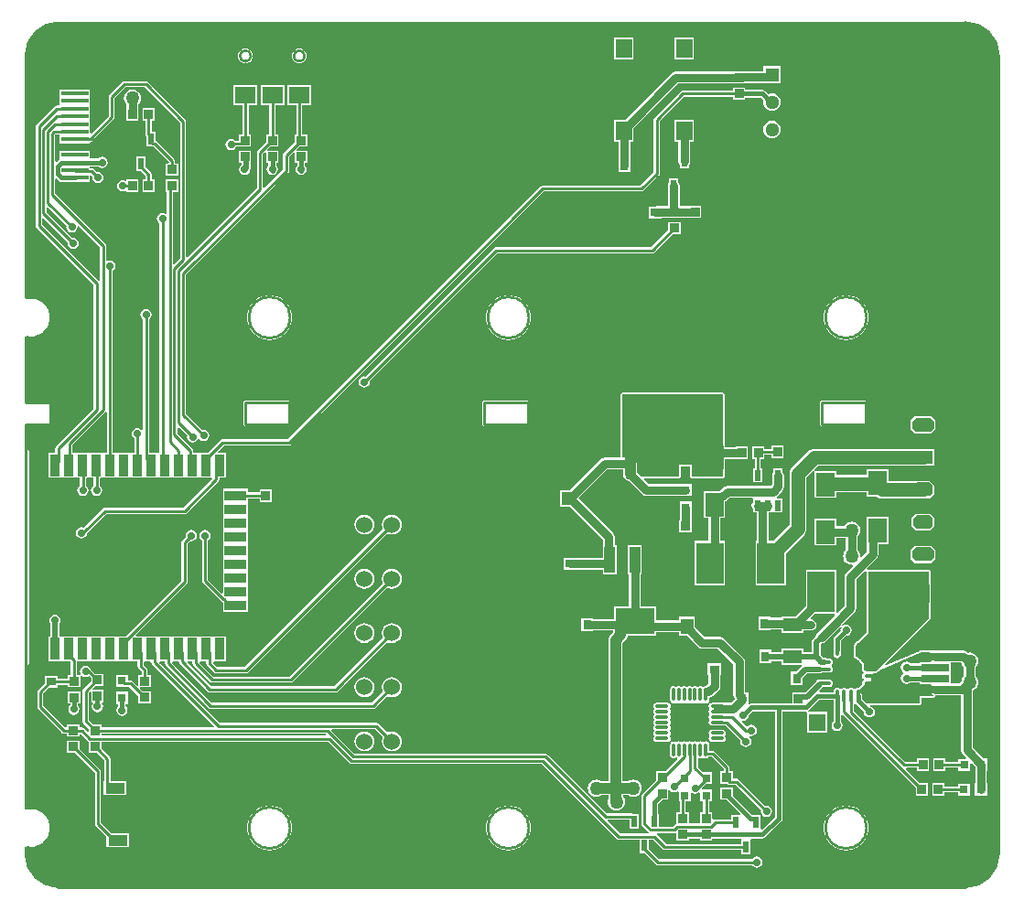
<source format=gtl>
G04*
G04 #@! TF.GenerationSoftware,Altium Limited,Altium Designer,20.2.6 (244)*
G04*
G04 Layer_Physical_Order=1*
G04 Layer_Color=255*
%FSLAX24Y24*%
%MOIN*%
G70*
G04*
G04 #@! TF.SameCoordinates,2017631A-D77C-4579-BA5B-B5A4186395AE*
G04*
G04*
G04 #@! TF.FilePolarity,Positive*
G04*
G01*
G75*
%ADD11C,0.0100*%
%ADD16C,0.0200*%
%ADD17C,0.0080*%
%ADD18R,0.0340X0.0318*%
%ADD19R,0.0209X0.0421*%
%ADD20R,0.0315X0.0315*%
%ADD21R,0.0315X0.0315*%
%ADD22R,0.0318X0.0340*%
%ADD23R,0.0860X0.0669*%
%ADD24R,0.1000X0.0315*%
%ADD25R,0.1000X0.0276*%
%ADD26R,0.0866X0.0866*%
%ADD27O,0.0500X0.0138*%
%ADD28O,0.0138X0.0500*%
%ADD29R,0.0315X0.0354*%
%ADD30R,0.0670X0.0475*%
%ADD31R,0.0354X0.0315*%
%ADD32R,0.0984X0.1496*%
%ADD33R,0.0669X0.0860*%
%ADD34R,0.0217X0.0394*%
%ADD35O,0.0400X0.1200*%
%ADD36O,0.0500X0.0110*%
%ADD37R,0.1240X0.1240*%
%ADD38O,0.0110X0.0500*%
%ADD39R,0.0472X0.0551*%
%ADD40R,0.1417X0.0972*%
%ADD41R,0.0386X0.0972*%
%ADD42R,0.0700X0.0400*%
%ADD43R,0.0600X0.0700*%
%ADD44R,0.0600X0.0600*%
%ADD45R,0.0750X0.0610*%
%ADD46R,0.1000X0.0160*%
%ADD47R,0.0787X0.0354*%
%ADD48R,0.0354X0.0787*%
%ADD49R,0.0524X0.0524*%
%ADD50R,0.0551X0.0472*%
%ADD93C,0.0300*%
%ADD94C,0.0150*%
%ADD95C,0.0400*%
%ADD96C,0.0500*%
G04:AMPARAMS|DCode=97|XSize=50mil|YSize=80mil|CornerRadius=0mil|HoleSize=0mil|Usage=FLASHONLY|Rotation=270.000|XOffset=0mil|YOffset=0mil|HoleType=Round|Shape=Octagon|*
%AMOCTAGOND97*
4,1,8,0.0400,0.0125,0.0400,-0.0125,0.0275,-0.0250,-0.0275,-0.0250,-0.0400,-0.0125,-0.0400,0.0125,-0.0275,0.0250,0.0275,0.0250,0.0400,0.0125,0.0*
%
%ADD97OCTAGOND97*%

%ADD98R,0.0700X0.0500*%
G04:AMPARAMS|DCode=99|XSize=50mil|YSize=70mil|CornerRadius=0mil|HoleSize=0mil|Usage=FLASHONLY|Rotation=270.000|XOffset=0mil|YOffset=0mil|HoleType=Round|Shape=Octagon|*
%AMOCTAGOND99*
4,1,8,0.0350,0.0125,0.0350,-0.0125,0.0225,-0.0250,-0.0225,-0.0250,-0.0350,-0.0125,-0.0350,0.0125,-0.0225,0.0250,0.0225,0.0250,0.0350,0.0125,0.0*
%
%ADD99OCTAGOND99*%

G04:AMPARAMS|DCode=100|XSize=39.4mil|YSize=70.9mil|CornerRadius=9.8mil|HoleSize=0mil|Usage=FLASHONLY|Rotation=90.000|XOffset=0mil|YOffset=0mil|HoleType=Round|Shape=RoundedRectangle|*
%AMROUNDEDRECTD100*
21,1,0.0394,0.0512,0,0,90.0*
21,1,0.0197,0.0709,0,0,90.0*
1,1,0.0197,0.0256,0.0098*
1,1,0.0197,0.0256,-0.0098*
1,1,0.0197,-0.0256,-0.0098*
1,1,0.0197,-0.0256,0.0098*
%
%ADD100ROUNDEDRECTD100*%
%ADD101C,0.0510*%
%ADD102R,0.0510X0.0510*%
%ADD103C,0.0630*%
%ADD104R,0.0630X0.0630*%
%ADD105C,0.0600*%
%ADD106C,0.0280*%
%ADD107C,0.0500*%
G36*
X68784Y49422D02*
X68935Y49382D01*
X69081Y49323D01*
X69217Y49245D01*
X69341Y49150D01*
X69452Y49039D01*
X69548Y48915D01*
X69627Y48780D01*
X69688Y48635D01*
X69729Y48484D01*
X69750Y48328D01*
X69750Y48250D01*
Y19150D01*
Y19071D01*
X69729Y18915D01*
X69689Y18763D01*
X69629Y18618D01*
X69550Y18482D01*
X69454Y18357D01*
X69343Y18246D01*
X69218Y18150D01*
X69082Y18071D01*
X68937Y18011D01*
X68785Y17971D01*
X68629Y17950D01*
X68550D01*
X35520Y17950D01*
X35442Y17950D01*
X35286Y17970D01*
X35135Y18010D01*
X34990Y18069D01*
X34853Y18147D01*
X34729Y18242D01*
X34618Y18353D01*
X34522Y18477D01*
X34443Y18612D01*
X34382Y18757D01*
X34341Y18908D01*
X34320Y19064D01*
X34320Y19142D01*
X34320Y19142D01*
Y19333D01*
X34358Y19365D01*
X34404Y19356D01*
X34573Y19354D01*
X34739Y19389D01*
X34893Y19461D01*
X35026Y19566D01*
X35133Y19698D01*
X35207Y19850D01*
X35245Y20015D01*
X35245Y20185D01*
X35207Y20350D01*
X35133Y20503D01*
X35026Y20635D01*
X34892Y20739D01*
X34738Y20811D01*
X34573Y20846D01*
X34403Y20844D01*
X34358Y20835D01*
X34319Y20867D01*
Y20878D01*
Y26051D01*
X34381D01*
X34427Y26070D01*
X34446Y26116D01*
Y33816D01*
X34427Y33862D01*
X34381Y33881D01*
X34319D01*
Y34750D01*
X34369Y34800D01*
X35200D01*
Y35600D01*
X34319D01*
Y37921D01*
X34369Y37963D01*
X34408Y37956D01*
X34577Y37954D01*
X34742Y37990D01*
X34895Y38062D01*
X35027Y38167D01*
X35133Y38298D01*
X35207Y38451D01*
X35245Y38615D01*
X35245Y38784D01*
X35207Y38949D01*
X35134Y39101D01*
X35028Y39233D01*
X34895Y39337D01*
X34742Y39410D01*
X34577Y39446D01*
X34408Y39444D01*
X34370Y39437D01*
X34320Y39479D01*
Y48242D01*
Y48321D01*
X34341Y48476D01*
X34381Y48628D01*
X34441Y48774D01*
X34520Y48910D01*
X34616Y49035D01*
X34727Y49146D01*
X34852Y49242D01*
X34988Y49320D01*
X35133Y49381D01*
X35285Y49421D01*
X35441Y49442D01*
X68550D01*
X68628Y49442D01*
X68784Y49422D01*
D02*
G37*
%LPC*%
G36*
X58660Y48910D02*
X57940D01*
Y48090D01*
X58660D01*
Y48910D01*
D02*
G37*
G36*
X56460D02*
X55740D01*
Y48090D01*
X56460D01*
Y48910D01*
D02*
G37*
G36*
X44320Y48495D02*
X44240D01*
X44228Y48490D01*
X44215D01*
X44142Y48460D01*
X44133Y48450D01*
X44121Y48445D01*
X44065Y48389D01*
X44060Y48377D01*
X44050Y48368D01*
X44020Y48295D01*
Y48282D01*
X44015Y48270D01*
Y48190D01*
X44020Y48178D01*
Y48165D01*
X44050Y48092D01*
X44060Y48083D01*
X44065Y48071D01*
X44121Y48015D01*
X44133Y48010D01*
X44142Y48000D01*
X44215Y47970D01*
X44228D01*
X44240Y47965D01*
X44320D01*
X44332Y47970D01*
X44345D01*
X44418Y48000D01*
X44427Y48010D01*
X44439Y48015D01*
X44495Y48071D01*
X44500Y48083D01*
X44510Y48092D01*
X44540Y48165D01*
Y48178D01*
X44545Y48190D01*
Y48270D01*
X44540Y48282D01*
Y48295D01*
X44510Y48368D01*
X44500Y48377D01*
X44495Y48389D01*
X44439Y48445D01*
X44427Y48450D01*
X44418Y48460D01*
X44345Y48490D01*
X44332D01*
X44320Y48495D01*
D02*
G37*
G36*
X42360D02*
X42280D01*
X42268Y48490D01*
X42255D01*
X42182Y48460D01*
X42173Y48450D01*
X42161Y48445D01*
X42105Y48389D01*
X42100Y48377D01*
X42090Y48368D01*
X42060Y48295D01*
Y48282D01*
X42055Y48270D01*
Y48190D01*
X42060Y48178D01*
Y48165D01*
X42090Y48092D01*
X42100Y48083D01*
X42105Y48071D01*
X42161Y48015D01*
X42173Y48010D01*
X42182Y48000D01*
X42255Y47970D01*
X42268D01*
X42280Y47965D01*
X42360D01*
X42372Y47970D01*
X42385D01*
X42458Y48000D01*
X42467Y48010D01*
X42479Y48015D01*
X42535Y48071D01*
X42540Y48083D01*
X42550Y48092D01*
X42580Y48165D01*
Y48178D01*
X42585Y48190D01*
Y48270D01*
X42580Y48282D01*
Y48295D01*
X42550Y48368D01*
X42540Y48377D01*
X42535Y48389D01*
X42479Y48445D01*
X42467Y48450D01*
X42458Y48460D01*
X42385Y48490D01*
X42372D01*
X42360Y48495D01*
D02*
G37*
G36*
X38700Y47312D02*
X38700Y47312D01*
X37900D01*
X37900Y47312D01*
X37857Y47304D01*
X37821Y47279D01*
X37821Y47279D01*
X37371Y46829D01*
X37346Y46793D01*
X37338Y46750D01*
X37338Y46750D01*
Y46046D01*
X36706Y45415D01*
X36660Y45434D01*
Y45890D01*
Y46170D01*
Y46450D01*
Y46730D01*
Y47010D01*
X35540D01*
Y46730D01*
Y46421D01*
X35450D01*
X35450Y46421D01*
X35407Y46413D01*
X35371Y46388D01*
X35371Y46388D01*
X34721Y45738D01*
X34696Y45702D01*
X34688Y45659D01*
X34688Y45659D01*
Y42050D01*
X34688Y42050D01*
X34696Y42007D01*
X34721Y41971D01*
X36788Y39904D01*
Y35373D01*
X35429Y34014D01*
X35405Y33978D01*
X35397Y33935D01*
X35397Y33935D01*
Y33766D01*
X35144D01*
Y32859D01*
X35594D01*
X35619Y32859D01*
Y32859D01*
X35644D01*
Y32859D01*
X36094D01*
X36131Y32859D01*
X36169Y32859D01*
X36288D01*
Y32566D01*
X36256Y32544D01*
X36212Y32478D01*
X36196Y32400D01*
X36212Y32322D01*
X36256Y32256D01*
X36322Y32212D01*
X36400Y32196D01*
X36478Y32212D01*
X36544Y32256D01*
X36588Y32322D01*
X36604Y32400D01*
X36588Y32478D01*
X36544Y32544D01*
X36512Y32566D01*
Y32823D01*
X36548Y32859D01*
X36632Y32859D01*
X36669Y32859D01*
X36788D01*
Y32566D01*
X36756Y32544D01*
X36712Y32478D01*
X36696Y32400D01*
X36712Y32322D01*
X36756Y32256D01*
X36822Y32212D01*
X36900Y32196D01*
X36978Y32212D01*
X37044Y32256D01*
X37088Y32322D01*
X37104Y32400D01*
X37088Y32478D01*
X37044Y32544D01*
X37012Y32566D01*
Y32823D01*
X37048Y32859D01*
X37132Y32859D01*
X37169Y32859D01*
X37594D01*
X37631Y32859D01*
X37669Y32859D01*
X38094D01*
X38131Y32859D01*
X38169Y32859D01*
X38619D01*
Y32859D01*
X38644D01*
Y32859D01*
X39094D01*
X39132Y32859D01*
X39169Y32859D01*
X39619D01*
Y32859D01*
X39644D01*
Y32859D01*
X40119D01*
Y32859D01*
X40144D01*
Y32859D01*
X40594D01*
X40631Y32859D01*
X40669Y32859D01*
X41079D01*
X41100Y32808D01*
X40054Y31762D01*
X37200D01*
X37200Y31762D01*
X37157Y31754D01*
X37121Y31729D01*
X37121Y31729D01*
X36429Y31038D01*
X36428Y31038D01*
X36350Y31054D01*
X36272Y31038D01*
X36206Y30994D01*
X36162Y30928D01*
X36146Y30850D01*
X36162Y30772D01*
X36206Y30706D01*
X36272Y30662D01*
X36350Y30646D01*
X36428Y30662D01*
X36494Y30706D01*
X36538Y30772D01*
X36553Y30846D01*
X36555Y30848D01*
X36559Y30851D01*
X37246Y31538D01*
X40100D01*
X40100Y31538D01*
X40143Y31546D01*
X40179Y31571D01*
X41335Y32726D01*
X41335Y32726D01*
X41359Y32762D01*
X41368Y32805D01*
Y32859D01*
X41619D01*
Y33766D01*
X41333D01*
X41314Y33812D01*
X41539Y34038D01*
X43900D01*
X43900Y34038D01*
X43943Y34046D01*
X43979Y34071D01*
X53196Y43288D01*
X56750D01*
X56750Y43288D01*
X56793Y43296D01*
X56829Y43321D01*
X57379Y43871D01*
X57379Y43871D01*
X57404Y43907D01*
X57412Y43950D01*
Y45854D01*
X58300Y46741D01*
X60070D01*
Y46635D01*
X60530D01*
Y46716D01*
X61096D01*
X61192Y46621D01*
X61182Y46550D01*
X61193Y46468D01*
X61225Y46391D01*
X61275Y46325D01*
X61341Y46275D01*
X61418Y46243D01*
X61500Y46232D01*
X61582Y46243D01*
X61659Y46275D01*
X61725Y46325D01*
X61775Y46391D01*
X61807Y46468D01*
X61818Y46550D01*
X61807Y46632D01*
X61775Y46709D01*
X61725Y46775D01*
X61659Y46825D01*
X61582Y46857D01*
X61500Y46868D01*
X61418Y46857D01*
X61366Y46835D01*
X61251Y46951D01*
X61206Y46981D01*
X61153Y46991D01*
X60530D01*
Y47072D01*
X60070D01*
Y46966D01*
X58253D01*
X58253Y46966D01*
X58211Y46957D01*
X58174Y46933D01*
X57221Y45979D01*
X57196Y45943D01*
X57188Y45900D01*
X57188Y45900D01*
Y43996D01*
X56704Y43512D01*
X53150D01*
X53107Y43504D01*
X53071Y43479D01*
X53071Y43479D01*
X43854Y34262D01*
X41493D01*
X41450Y34254D01*
X41414Y34229D01*
X41414Y34229D01*
X41009Y33825D01*
X40989Y33795D01*
X40960Y33766D01*
X40631Y33766D01*
X40594Y33766D01*
X40412D01*
Y33850D01*
X40412Y33850D01*
X40404Y33893D01*
X40379Y33929D01*
X40379Y33929D01*
X39842Y34466D01*
Y34684D01*
X39888Y34703D01*
X40204Y34388D01*
X40196Y34350D01*
X40212Y34272D01*
X40256Y34206D01*
X40322Y34162D01*
X40400Y34146D01*
X40478Y34162D01*
X40544Y34206D01*
X40588Y34272D01*
X40641Y34278D01*
X40656Y34256D01*
X40722Y34212D01*
X40800Y34196D01*
X40878Y34212D01*
X40944Y34256D01*
X40988Y34322D01*
X41004Y34400D01*
X40988Y34478D01*
X40944Y34544D01*
X40878Y34588D01*
X40800Y34604D01*
X40762Y34596D01*
X40162Y35196D01*
Y40254D01*
X43879Y43971D01*
X43879Y43971D01*
X43904Y44007D01*
X43912Y44050D01*
X43912Y44050D01*
Y44561D01*
X44074Y44723D01*
X44120Y44704D01*
Y44335D01*
X44212D01*
Y44249D01*
X44206Y44244D01*
X44162Y44178D01*
X44146Y44100D01*
X44162Y44022D01*
X44206Y43956D01*
X44272Y43912D01*
X44350Y43896D01*
X44428Y43912D01*
X44494Y43956D01*
X44538Y44022D01*
X44554Y44100D01*
X44538Y44178D01*
X44494Y44244D01*
X44488Y44249D01*
Y44335D01*
X44580D01*
Y44772D01*
X44188D01*
X44169Y44818D01*
X44279Y44928D01*
X44580D01*
Y45365D01*
X44392D01*
Y46435D01*
X44715D01*
Y47165D01*
X43845D01*
Y46435D01*
X44168D01*
Y45365D01*
X44120D01*
Y45086D01*
X43721Y44687D01*
X43696Y44651D01*
X43688Y44608D01*
X43688Y44608D01*
Y44096D01*
X43012Y43421D01*
X42962Y43441D01*
Y44661D01*
X43024Y44723D01*
X43070Y44704D01*
Y44335D01*
X43162D01*
Y44249D01*
X43156Y44244D01*
X43112Y44178D01*
X43096Y44100D01*
X43112Y44022D01*
X43156Y43956D01*
X43222Y43912D01*
X43300Y43896D01*
X43378Y43912D01*
X43444Y43956D01*
X43488Y44022D01*
X43504Y44100D01*
X43488Y44178D01*
X43444Y44244D01*
X43438Y44249D01*
Y44335D01*
X43530D01*
Y44772D01*
X43138D01*
X43119Y44818D01*
X43229Y44928D01*
X43530D01*
Y45365D01*
X43412D01*
Y46435D01*
X43735D01*
Y47165D01*
X42865D01*
Y46435D01*
X43188D01*
Y45365D01*
X43070D01*
Y45086D01*
X42771Y44787D01*
X42746Y44751D01*
X42738Y44708D01*
X42738Y44708D01*
Y43420D01*
X40208Y40891D01*
X40162Y40910D01*
Y45850D01*
X40154Y45893D01*
X40129Y45929D01*
X40129Y45929D01*
X38779Y47279D01*
X38743Y47304D01*
X38700Y47312D01*
D02*
G37*
G36*
X61815Y47865D02*
X61185D01*
Y47669D01*
X60309D01*
X60288Y47665D01*
X60070D01*
Y47661D01*
X57997D01*
X57915Y47644D01*
X57845Y47598D01*
X56157Y45910D01*
X55740D01*
Y45090D01*
X55903D01*
Y44257D01*
X55907Y44237D01*
Y44013D01*
X56342D01*
Y44487D01*
X56331D01*
Y45090D01*
X56460D01*
Y45607D01*
X58085Y47232D01*
X60070D01*
Y47228D01*
X60530D01*
Y47241D01*
X61185D01*
Y47235D01*
X61815D01*
Y47865D01*
D02*
G37*
G36*
X61500Y45868D02*
X61418Y45857D01*
X61341Y45825D01*
X61275Y45775D01*
X61225Y45709D01*
X61193Y45632D01*
X61182Y45550D01*
X61193Y45468D01*
X61225Y45391D01*
X61275Y45325D01*
X61341Y45275D01*
X61418Y45243D01*
X61500Y45232D01*
X61582Y45243D01*
X61659Y45275D01*
X61725Y45325D01*
X61775Y45391D01*
X61807Y45468D01*
X61818Y45550D01*
X61807Y45632D01*
X61775Y45709D01*
X61725Y45775D01*
X61659Y45825D01*
X61582Y45857D01*
X61500Y45868D01*
D02*
G37*
G36*
X42755Y47165D02*
X41885D01*
Y46435D01*
X42208D01*
Y45365D01*
X42070D01*
Y45150D01*
X41936D01*
X41878Y45188D01*
X41800Y45204D01*
X41722Y45188D01*
X41656Y45144D01*
X41612Y45078D01*
X41596Y45000D01*
X41612Y44922D01*
X41656Y44856D01*
X41722Y44812D01*
X41800Y44796D01*
X41878Y44812D01*
X41944Y44856D01*
X41988Y44922D01*
X41989Y44926D01*
X42191D01*
X42191Y44926D01*
X42202Y44928D01*
X42530D01*
Y45365D01*
X42432D01*
Y46435D01*
X42755D01*
Y47165D01*
D02*
G37*
G36*
X58660Y45910D02*
X57940D01*
Y45090D01*
X58086D01*
Y44397D01*
X58102Y44315D01*
X58135Y44265D01*
Y44126D01*
X58465D01*
Y44265D01*
X58498Y44315D01*
X58514Y44397D01*
Y45090D01*
X58660D01*
Y45910D01*
D02*
G37*
G36*
X42530Y44772D02*
X42070D01*
Y44335D01*
X42172D01*
Y44252D01*
X42148Y44237D01*
X42104Y44170D01*
X42088Y44092D01*
X42104Y44014D01*
X42148Y43948D01*
X42214Y43904D01*
X42292Y43888D01*
X42370Y43904D01*
X42437Y43948D01*
X42481Y44014D01*
X42496Y44092D01*
X42493Y44110D01*
X42498Y44135D01*
Y44335D01*
X42530D01*
Y44772D01*
D02*
G37*
G36*
X58091Y43774D02*
X57761D01*
Y43635D01*
X57728Y43585D01*
X57712Y43503D01*
Y42761D01*
X57330D01*
X57262Y42747D01*
X57257D01*
X57237Y42743D01*
X57013D01*
Y42308D01*
X57487D01*
Y42332D01*
X57720D01*
Y42328D01*
X58180D01*
Y42332D01*
X58470D01*
Y42328D01*
X58930D01*
Y42765D01*
X58470D01*
Y42761D01*
X58180D01*
Y42765D01*
X58140D01*
Y43503D01*
X58124Y43585D01*
X58091Y43635D01*
Y43774D01*
D02*
G37*
G36*
X58180Y42172D02*
X57720D01*
Y41893D01*
X57089Y41262D01*
X51450D01*
X51450Y41262D01*
X51407Y41254D01*
X51371Y41229D01*
X51371Y41229D01*
X46688Y36546D01*
X46650Y36554D01*
X46572Y36538D01*
X46506Y36494D01*
X46462Y36428D01*
X46446Y36350D01*
X46462Y36272D01*
X46506Y36206D01*
X46572Y36162D01*
X46650Y36146D01*
X46728Y36162D01*
X46794Y36206D01*
X46838Y36272D01*
X46854Y36350D01*
X46846Y36388D01*
X51496Y41038D01*
X57135D01*
X57135Y41038D01*
X57178Y41046D01*
X57215Y41071D01*
X57879Y41735D01*
X58180D01*
Y42172D01*
D02*
G37*
G36*
X64274Y39515D02*
X64126D01*
X64120Y39512D01*
X64113Y39514D01*
X63969Y39485D01*
X63963Y39481D01*
X63956D01*
X63820Y39425D01*
X63815Y39420D01*
X63809Y39419D01*
X63686Y39337D01*
X63682Y39331D01*
X63676Y39328D01*
X63572Y39224D01*
X63569Y39218D01*
X63563Y39214D01*
X63481Y39091D01*
X63480Y39085D01*
X63475Y39080D01*
X63419Y38944D01*
Y38937D01*
X63415Y38931D01*
X63386Y38787D01*
X63388Y38780D01*
X63385Y38774D01*
Y38626D01*
X63388Y38620D01*
X63386Y38613D01*
X63415Y38469D01*
X63419Y38463D01*
Y38456D01*
X63475Y38320D01*
X63480Y38315D01*
X63481Y38309D01*
X63563Y38186D01*
X63569Y38182D01*
X63572Y38176D01*
X63676Y38072D01*
X63682Y38069D01*
X63686Y38063D01*
X63809Y37981D01*
X63815Y37980D01*
X63820Y37975D01*
X63956Y37919D01*
X63963D01*
X63969Y37915D01*
X64113Y37886D01*
X64120Y37888D01*
X64126Y37885D01*
X64274D01*
X64280Y37888D01*
X64287Y37886D01*
X64431Y37915D01*
X64437Y37919D01*
X64444D01*
X64580Y37975D01*
X64585Y37980D01*
X64591Y37981D01*
X64714Y38063D01*
X64718Y38069D01*
X64724Y38072D01*
X64828Y38176D01*
X64831Y38182D01*
X64837Y38186D01*
X64919Y38309D01*
X64920Y38315D01*
X64925Y38320D01*
X64981Y38456D01*
Y38463D01*
X64985Y38469D01*
X65014Y38613D01*
X65012Y38620D01*
X65015Y38626D01*
Y38774D01*
X65012Y38780D01*
X65014Y38787D01*
X64985Y38931D01*
X64981Y38937D01*
Y38944D01*
X64925Y39080D01*
X64920Y39085D01*
X64919Y39091D01*
X64837Y39214D01*
X64831Y39218D01*
X64828Y39224D01*
X64724Y39328D01*
X64718Y39331D01*
X64714Y39337D01*
X64591Y39419D01*
X64585Y39420D01*
X64580Y39425D01*
X64444Y39481D01*
X64437D01*
X64431Y39485D01*
X64287Y39514D01*
X64280Y39512D01*
X64274Y39515D01*
D02*
G37*
G36*
X51974D02*
X51826D01*
X51820Y39512D01*
X51813Y39514D01*
X51669Y39485D01*
X51663Y39481D01*
X51656D01*
X51520Y39425D01*
X51515Y39420D01*
X51509Y39419D01*
X51386Y39337D01*
X51382Y39331D01*
X51376Y39328D01*
X51272Y39224D01*
X51269Y39218D01*
X51263Y39214D01*
X51181Y39091D01*
X51180Y39085D01*
X51175Y39080D01*
X51119Y38944D01*
Y38937D01*
X51115Y38931D01*
X51086Y38787D01*
X51088Y38780D01*
X51085Y38774D01*
Y38626D01*
X51088Y38620D01*
X51086Y38613D01*
X51115Y38469D01*
X51119Y38463D01*
Y38456D01*
X51175Y38320D01*
X51180Y38315D01*
X51181Y38309D01*
X51263Y38186D01*
X51269Y38182D01*
X51272Y38176D01*
X51376Y38072D01*
X51382Y38069D01*
X51386Y38063D01*
X51509Y37981D01*
X51515Y37980D01*
X51520Y37975D01*
X51656Y37919D01*
X51663D01*
X51669Y37915D01*
X51813Y37886D01*
X51820Y37888D01*
X51826Y37885D01*
X51974D01*
X51980Y37888D01*
X51987Y37886D01*
X52131Y37915D01*
X52137Y37919D01*
X52144D01*
X52280Y37975D01*
X52285Y37980D01*
X52291Y37981D01*
X52414Y38063D01*
X52418Y38069D01*
X52424Y38072D01*
X52528Y38176D01*
X52531Y38182D01*
X52537Y38186D01*
X52619Y38309D01*
X52620Y38315D01*
X52625Y38320D01*
X52681Y38456D01*
Y38463D01*
X52685Y38469D01*
X52714Y38613D01*
X52712Y38620D01*
X52715Y38626D01*
Y38774D01*
X52712Y38780D01*
X52714Y38787D01*
X52685Y38931D01*
X52681Y38937D01*
Y38944D01*
X52625Y39080D01*
X52620Y39085D01*
X52619Y39091D01*
X52537Y39214D01*
X52531Y39218D01*
X52528Y39224D01*
X52424Y39328D01*
X52418Y39331D01*
X52414Y39337D01*
X52291Y39419D01*
X52285Y39420D01*
X52280Y39425D01*
X52144Y39481D01*
X52137D01*
X52131Y39485D01*
X51987Y39514D01*
X51980Y39512D01*
X51974Y39515D01*
D02*
G37*
G36*
X43274Y39515D02*
X43126D01*
X43120Y39512D01*
X43113Y39514D01*
X42969Y39485D01*
X42963Y39481D01*
X42956D01*
X42820Y39425D01*
X42815Y39420D01*
X42809Y39419D01*
X42686Y39337D01*
X42682Y39331D01*
X42676Y39328D01*
X42572Y39224D01*
X42569Y39218D01*
X42563Y39214D01*
X42481Y39091D01*
X42480Y39085D01*
X42475Y39080D01*
X42419Y38944D01*
Y38937D01*
X42415Y38931D01*
X42386Y38787D01*
X42388Y38780D01*
X42385Y38774D01*
Y38626D01*
X42388Y38620D01*
X42386Y38613D01*
X42415Y38469D01*
X42419Y38463D01*
Y38456D01*
X42475Y38320D01*
X42480Y38315D01*
X42481Y38309D01*
X42563Y38186D01*
X42569Y38182D01*
X42572Y38176D01*
X42676Y38072D01*
X42682Y38069D01*
X42686Y38063D01*
X42809Y37981D01*
X42815Y37980D01*
X42820Y37975D01*
X42956Y37919D01*
X42963D01*
X42969Y37915D01*
X43113Y37886D01*
X43120Y37888D01*
X43126Y37885D01*
X43274D01*
X43280Y37888D01*
X43287Y37886D01*
X43431Y37915D01*
X43437Y37919D01*
X43444D01*
X43580Y37975D01*
X43585Y37980D01*
X43591Y37981D01*
X43714Y38063D01*
X43718Y38069D01*
X43724Y38072D01*
X43828Y38176D01*
X43831Y38182D01*
X43837Y38186D01*
X43919Y38309D01*
X43920Y38315D01*
X43925Y38320D01*
X43981Y38456D01*
Y38463D01*
X43985Y38469D01*
X44014Y38613D01*
X44012Y38620D01*
X44015Y38626D01*
Y38774D01*
X44012Y38780D01*
X44014Y38787D01*
X43985Y38931D01*
X43981Y38937D01*
Y38944D01*
X43925Y39080D01*
X43920Y39085D01*
X43919Y39091D01*
X43837Y39214D01*
X43831Y39218D01*
X43828Y39224D01*
X43724Y39328D01*
X43718Y39331D01*
X43714Y39337D01*
X43591Y39419D01*
X43585Y39420D01*
X43580Y39425D01*
X43444Y39481D01*
X43437D01*
X43431Y39485D01*
X43287Y39514D01*
X43280Y39512D01*
X43274Y39515D01*
D02*
G37*
G36*
X64900Y35665D02*
X63300D01*
X63254Y35646D01*
X63235Y35600D01*
Y34800D01*
X63254Y34754D01*
X63300Y34735D01*
X64900D01*
X64946Y34754D01*
X64965Y34800D01*
Y35600D01*
X64946Y35646D01*
X64900Y35665D01*
D02*
G37*
G36*
X52600D02*
X51000D01*
X50954Y35646D01*
X50935Y35600D01*
Y34800D01*
X50954Y34754D01*
X51000Y34735D01*
X52600D01*
X52646Y34754D01*
X52665Y34800D01*
Y35600D01*
X52646Y35646D01*
X52600Y35665D01*
D02*
G37*
G36*
X43900Y35665D02*
X42300D01*
X42254Y35646D01*
X42235Y35600D01*
Y34800D01*
X42254Y34754D01*
X42300Y34735D01*
X43900D01*
X43946Y34754D01*
X43965Y34800D01*
Y35600D01*
X43946Y35646D01*
X43900Y35665D01*
D02*
G37*
G36*
X67305Y35091D02*
X66695D01*
X66540Y34936D01*
Y34626D01*
X66695Y34471D01*
X67305D01*
X67460Y34626D01*
Y34936D01*
X67305Y35091D01*
D02*
G37*
G36*
X61922Y34030D02*
X61485D01*
Y33912D01*
X61219D01*
Y34006D01*
X60782D01*
Y33545D01*
X60864D01*
Y33208D01*
X60808D01*
Y32694D01*
X61144D01*
Y33208D01*
X61088D01*
Y33545D01*
X61219D01*
Y33688D01*
X61485D01*
Y33570D01*
X61922D01*
Y34030D01*
D02*
G37*
G36*
X59700Y35965D02*
X56050D01*
X56004Y35946D01*
X55985Y35900D01*
Y33594D01*
X55406D01*
X55324Y33578D01*
X55254Y33531D01*
X54133Y32410D01*
X53764D01*
Y31818D01*
X54133D01*
X55337Y30613D01*
Y29940D01*
X54387D01*
Y29943D01*
X53913D01*
Y29508D01*
X54387D01*
Y29511D01*
X55342D01*
Y29320D01*
X55847D01*
Y30412D01*
X55766D01*
Y30702D01*
X55749Y30784D01*
X55703Y30853D01*
X54442Y32114D01*
X55494Y33166D01*
X56088D01*
Y32980D01*
X56097Y32912D01*
X56123Y32849D01*
X56165Y32795D01*
X56219Y32753D01*
X56282Y32727D01*
X56303Y32724D01*
X56764Y32263D01*
X56833Y32217D01*
X56915Y32201D01*
X58131D01*
Y32197D01*
X58566D01*
Y32632D01*
X58131D01*
Y32629D01*
X57004D01*
X56844Y32789D01*
X56863Y32835D01*
X58066D01*
X58070Y32837D01*
X58075Y32836D01*
X58122Y32843D01*
X58140Y32853D01*
X58159Y32861D01*
X58161Y32866D01*
X58165Y32868D01*
X58170Y32888D01*
X58178Y32907D01*
X58178Y33277D01*
X58522D01*
Y32950D01*
X58522Y32907D01*
X58530Y32888D01*
X58535Y32868D01*
X58539Y32866D01*
X58541Y32861D01*
X58560Y32853D01*
X58578Y32843D01*
X58625Y32836D01*
X58630Y32837D01*
X58634Y32835D01*
X59700D01*
X59746Y32854D01*
X59746Y32854D01*
X59765Y32900D01*
X59765Y32950D01*
X59765Y33096D01*
X59795Y33126D01*
X59795D01*
Y33541D01*
X60399D01*
X60419Y33545D01*
X60626D01*
Y34006D01*
X60189D01*
Y33970D01*
X59795D01*
Y34106D01*
X59765D01*
Y35900D01*
X59746Y35946D01*
X59700Y35965D01*
D02*
G37*
G36*
X42414Y32453D02*
X41507D01*
Y32003D01*
X41507Y31966D01*
X41507Y31929D01*
Y31503D01*
X41507Y31466D01*
X41507Y31429D01*
Y31003D01*
X41507Y30966D01*
X41507Y30929D01*
Y30503D01*
X41507Y30466D01*
X41507Y30429D01*
Y30003D01*
X41507Y29966D01*
X41507Y29929D01*
Y29503D01*
X41507Y29466D01*
X41507Y29429D01*
Y29003D01*
X41507Y28966D01*
X41507Y28929D01*
Y28667D01*
X41461Y28648D01*
X40962Y29146D01*
Y30584D01*
X40994Y30606D01*
X41038Y30672D01*
X41054Y30750D01*
X41038Y30828D01*
X40994Y30894D01*
X40928Y30938D01*
X40850Y30954D01*
X40772Y30938D01*
X40706Y30894D01*
X40662Y30828D01*
X40646Y30750D01*
X40662Y30672D01*
X40706Y30606D01*
X40738Y30584D01*
Y29100D01*
X40738Y29100D01*
X40746Y29057D01*
X40771Y29020D01*
X41448Y28343D01*
X41448Y28343D01*
X41478Y28323D01*
X41507Y28294D01*
Y27979D01*
X42414D01*
Y28429D01*
X42414Y28453D01*
X42414D01*
Y28479D01*
X42414D01*
Y28929D01*
X42414Y28966D01*
X42414Y29003D01*
Y29429D01*
X42414Y29466D01*
X42414Y29503D01*
Y29929D01*
X42414Y29966D01*
X42414Y30003D01*
Y30429D01*
X42414Y30466D01*
X42414Y30503D01*
Y30929D01*
X42414Y30966D01*
X42414Y31003D01*
Y31429D01*
X42414Y31466D01*
X42414Y31503D01*
Y31929D01*
X42414Y31966D01*
X42414Y32003D01*
Y32104D01*
X42835D01*
Y31970D01*
X43272D01*
Y32430D01*
X42835D01*
Y32328D01*
X42414D01*
Y32453D01*
D02*
G37*
G36*
X67000Y33913D02*
X63050D01*
X62969Y33902D01*
X62894Y33871D01*
X62829Y33821D01*
X62229Y33221D01*
X62179Y33156D01*
X62148Y33081D01*
X62137Y33000D01*
X62137Y33000D01*
Y31135D01*
X61560Y30558D01*
X61377D01*
Y31592D01*
X61506D01*
X61518Y31592D01*
Y31592D01*
X61556D01*
Y31592D01*
X61892D01*
Y32106D01*
X61670D01*
X61664Y32114D01*
X61675Y32182D01*
X61700Y32199D01*
X61875Y32374D01*
X61922Y32444D01*
X61938Y32526D01*
Y32951D01*
X61922Y33033D01*
X61892Y33077D01*
Y33208D01*
X61556D01*
Y33077D01*
X61526Y33033D01*
X61510Y32951D01*
Y32614D01*
X61460Y32564D01*
X59866D01*
X59784Y32548D01*
X59715Y32501D01*
X59591Y32378D01*
X59585D01*
X59564Y32374D01*
X59005D01*
Y31394D01*
X59186D01*
Y30558D01*
X58693D01*
Y28942D01*
X59797D01*
Y30558D01*
X59614D01*
Y31394D01*
X59795D01*
Y31988D01*
X59832Y32013D01*
X59955Y32136D01*
X60770D01*
X60808Y32106D01*
X60808Y32086D01*
Y31975D01*
X60778Y31931D01*
X60762Y31849D01*
X60778Y31767D01*
X60808Y31723D01*
Y31592D01*
X60949D01*
Y30558D01*
X60898D01*
Y28942D01*
X62002D01*
Y30116D01*
X62671Y30785D01*
X62671Y30785D01*
X62721Y30850D01*
X62752Y30925D01*
X62763Y31006D01*
X62763Y31006D01*
Y32870D01*
X63010Y33118D01*
X63055Y33092D01*
X63055Y33062D01*
Y32126D01*
X63845D01*
Y32328D01*
X64955D01*
Y32176D01*
X65309D01*
X65345Y32148D01*
X65421Y32117D01*
X65502Y32106D01*
X67000D01*
X67020Y32109D01*
X67255D01*
X67410Y32264D01*
Y32574D01*
X67255Y32729D01*
X67020D01*
X67000Y32732D01*
X65745D01*
Y33156D01*
X64955D01*
Y32954D01*
X63845D01*
Y33106D01*
X63103D01*
X63069Y33106D01*
X63044Y33151D01*
X63180Y33287D01*
X67000D01*
X67020Y33290D01*
X67410D01*
Y33910D01*
X67020D01*
X67000Y33913D01*
D02*
G37*
G36*
X67255Y31548D02*
X66745D01*
X66590Y31393D01*
Y31083D01*
X66745Y30928D01*
X67255D01*
X67410Y31083D01*
Y31393D01*
X67255Y31548D01*
D02*
G37*
G36*
X58569Y32003D02*
X58134D01*
Y31568D01*
X58137D01*
Y31315D01*
X58120D01*
Y30878D01*
X58580D01*
Y31315D01*
X58565D01*
Y31568D01*
X58569D01*
Y32003D01*
D02*
G37*
G36*
X46650Y31513D02*
X46556Y31501D01*
X46468Y31464D01*
X46393Y31407D01*
X46336Y31332D01*
X46299Y31244D01*
X46287Y31150D01*
X46299Y31056D01*
X46336Y30968D01*
X46393Y30893D01*
X46468Y30836D01*
X46556Y30799D01*
X46650Y30787D01*
X46744Y30799D01*
X46832Y30836D01*
X46907Y30893D01*
X46964Y30968D01*
X47001Y31056D01*
X47013Y31150D01*
X47001Y31244D01*
X46964Y31332D01*
X46907Y31407D01*
X46832Y31464D01*
X46744Y31501D01*
X46650Y31513D01*
D02*
G37*
G36*
X47650D02*
X47556Y31501D01*
X47468Y31464D01*
X47393Y31407D01*
X47336Y31332D01*
X47299Y31244D01*
X47287Y31150D01*
X47299Y31056D01*
X47328Y30987D01*
X42304Y25962D01*
X41296D01*
X41142Y26117D01*
X41164Y26166D01*
X41619D01*
Y27073D01*
X41169D01*
X41132Y27073D01*
X41094Y27073D01*
X40669D01*
X40631Y27073D01*
X40594Y27073D01*
X40144D01*
Y27073D01*
X40119D01*
Y27073D01*
X39669D01*
X39632Y27073D01*
X39594Y27073D01*
X39169D01*
X39132Y27073D01*
X39094Y27073D01*
X38669D01*
X38631Y27073D01*
X38594Y27073D01*
X38333D01*
X38314Y27119D01*
X40179Y28985D01*
X40179Y28985D01*
X40204Y29021D01*
X40212Y29064D01*
Y30454D01*
X40312Y30554D01*
X40350Y30546D01*
X40428Y30562D01*
X40494Y30606D01*
X40538Y30672D01*
X40554Y30750D01*
X40538Y30828D01*
X40494Y30894D01*
X40428Y30938D01*
X40350Y30954D01*
X40272Y30938D01*
X40206Y30894D01*
X40162Y30828D01*
X40146Y30750D01*
X40154Y30712D01*
X40021Y30579D01*
X39996Y30543D01*
X39988Y30500D01*
X39988Y30500D01*
Y29111D01*
X38009Y27132D01*
X37989Y27102D01*
X37960Y27073D01*
X37631Y27073D01*
X37594Y27073D01*
X37169D01*
X37132Y27073D01*
X37094Y27073D01*
X36669D01*
X36632Y27073D01*
X36594Y27073D01*
X36144D01*
Y27073D01*
X36119D01*
Y27073D01*
X35669D01*
X35631Y27073D01*
X35580Y27073D01*
X35545Y27108D01*
Y27553D01*
X35570Y27590D01*
X35585Y27668D01*
X35570Y27747D01*
X35526Y27813D01*
X35460Y27857D01*
X35382Y27872D01*
X35303Y27857D01*
X35237Y27813D01*
X35193Y27747D01*
X35178Y27668D01*
X35193Y27590D01*
X35218Y27553D01*
Y27073D01*
X35144D01*
Y26166D01*
X35594D01*
X35631Y26166D01*
X35669Y26166D01*
X35958D01*
Y25662D01*
X35840D01*
Y25538D01*
X35487D01*
Y25643D01*
X35013D01*
Y25367D01*
X34771Y25125D01*
X34746Y25088D01*
X34738Y25045D01*
X34738Y25045D01*
Y24500D01*
X34738Y24500D01*
X34746Y24457D01*
X34771Y24421D01*
X35624Y23567D01*
X35624Y23567D01*
X35661Y23543D01*
X35703Y23534D01*
X35703Y23534D01*
X35820D01*
Y23428D01*
X36280D01*
Y23508D01*
X36330Y23523D01*
X36583Y23271D01*
X36619Y23246D01*
X36620Y23246D01*
Y22835D01*
X36910D01*
X37179Y22566D01*
Y21810D01*
X37162D01*
Y21290D01*
X37982D01*
Y21810D01*
X37403D01*
Y22612D01*
X37403Y22612D01*
X37395Y22655D01*
X37370Y22692D01*
X37370Y22692D01*
X37080Y22982D01*
Y23238D01*
X45327D01*
X46104Y22461D01*
X46141Y22436D01*
X46184Y22428D01*
X46184Y22428D01*
X53114D01*
X55847Y19694D01*
X55847Y19694D01*
X55883Y19670D01*
X55926Y19662D01*
X55926Y19662D01*
X56685D01*
Y19182D01*
X56856D01*
X57271Y18768D01*
X57271Y18768D01*
X57307Y18744D01*
X57350Y18735D01*
X57350Y18735D01*
X60786D01*
X60806Y18706D01*
X60872Y18662D01*
X60950Y18646D01*
X61028Y18662D01*
X61094Y18706D01*
X61138Y18772D01*
X61154Y18850D01*
X61138Y18928D01*
X61094Y18994D01*
X61028Y19038D01*
X60950Y19054D01*
X60872Y19038D01*
X60806Y18994D01*
X60783Y18959D01*
X57396D01*
X57015Y19341D01*
Y19662D01*
X57180D01*
X57518Y19324D01*
X57554Y19299D01*
X57597Y19291D01*
X57597Y19291D01*
X60385D01*
Y19132D01*
X60715D01*
Y19666D01*
X60715Y19674D01*
X60734Y19716D01*
X61153D01*
X61206Y19726D01*
X61251Y19756D01*
X61835Y20341D01*
X61865Y20385D01*
X61875Y20438D01*
Y24350D01*
X62735D01*
X62741Y24347D01*
X62775Y24307D01*
Y23575D01*
X63525D01*
Y24325D01*
X62827D01*
X62812Y24375D01*
X62835Y24390D01*
X63209Y24764D01*
X63734D01*
Y23977D01*
X63728Y23972D01*
X63684Y23906D01*
X63668Y23828D01*
X63684Y23750D01*
X63728Y23684D01*
X63794Y23640D01*
X63872Y23624D01*
X63950Y23640D01*
X64016Y23684D01*
X64060Y23750D01*
X64076Y23828D01*
X64060Y23906D01*
X64016Y23972D01*
X64010Y23977D01*
Y24231D01*
X64016Y24237D01*
X64060Y24250D01*
X66738Y21571D01*
Y21270D01*
X67176D01*
Y21730D01*
X66897D01*
X66385Y22242D01*
X66404Y22288D01*
X66785D01*
Y22170D01*
X67222D01*
Y22630D01*
X66785D01*
Y22512D01*
X66346D01*
X64496Y24362D01*
Y24614D01*
X64546Y24629D01*
X64547Y24628D01*
X64557Y24621D01*
X64848Y24331D01*
X64846Y24323D01*
X64862Y24245D01*
X64906Y24179D01*
X64972Y24135D01*
X65050Y24119D01*
X65128Y24135D01*
X65194Y24179D01*
X65238Y24245D01*
X65254Y24323D01*
X65238Y24401D01*
X65194Y24467D01*
X65128Y24511D01*
X65076Y24522D01*
X65067Y24535D01*
X65094Y24585D01*
X66890D01*
X66936Y24604D01*
X66955Y24650D01*
Y24836D01*
X67367D01*
X67387Y24845D01*
X67408Y24851D01*
X67410Y24854D01*
X67413Y24855D01*
X67421Y24876D01*
X67432Y24895D01*
X67435Y24932D01*
X68010D01*
Y24936D01*
X68386D01*
Y22932D01*
X68402Y22850D01*
X68449Y22781D01*
X68566Y22664D01*
X68547Y22617D01*
X68283D01*
Y22512D01*
X67815D01*
Y22630D01*
X67378D01*
Y22170D01*
X67815D01*
Y22288D01*
X68283D01*
Y22183D01*
X68717D01*
Y22447D01*
X68764Y22466D01*
X68901Y22329D01*
Y21719D01*
X68897D01*
Y21284D01*
X69332D01*
Y21719D01*
X69329D01*
Y22185D01*
X69347D01*
Y22620D01*
X69215D01*
X68814Y23021D01*
Y25112D01*
X68856Y25129D01*
X68921Y25179D01*
X68971Y25244D01*
X69002Y25319D01*
X69013Y25400D01*
X69002Y25481D01*
X68971Y25556D01*
X68921Y25621D01*
X68914Y25626D01*
Y25948D01*
X68921Y25953D01*
X68971Y26018D01*
X69002Y26093D01*
X69013Y26174D01*
X69002Y26255D01*
X68971Y26331D01*
X68921Y26395D01*
X68856Y26445D01*
X68781Y26476D01*
X68700Y26487D01*
X68643Y26479D01*
X68622Y26501D01*
X68552Y26548D01*
X68470Y26564D01*
X68010D01*
Y26567D01*
X66890D01*
Y26545D01*
X65597Y25986D01*
X65569Y26027D01*
X67246Y27704D01*
X67265Y27750D01*
Y28255D01*
X67290D01*
Y29045D01*
X67265D01*
Y29450D01*
X67246Y29496D01*
X67200Y29515D01*
X65000D01*
X64963Y29553D01*
X64961Y29558D01*
X65317Y29914D01*
X65363Y29983D01*
X65379Y30065D01*
Y30444D01*
X65745D01*
Y31424D01*
X64955D01*
Y30770D01*
X64951Y30749D01*
Y30154D01*
X64758Y29961D01*
X64711Y29984D01*
X64713Y30000D01*
X64702Y30081D01*
X64671Y30156D01*
X64621Y30221D01*
X64614Y30226D01*
Y30724D01*
X64621Y30729D01*
X64671Y30794D01*
X64702Y30869D01*
X64713Y30950D01*
X64702Y31031D01*
X64671Y31106D01*
X64621Y31171D01*
X64556Y31221D01*
X64481Y31252D01*
X64400Y31263D01*
X64319Y31252D01*
X64244Y31221D01*
X64179Y31171D01*
X64129Y31106D01*
X64126Y31098D01*
X63845D01*
Y31374D01*
X63055D01*
Y30394D01*
X63845D01*
Y30670D01*
X64186D01*
Y30226D01*
X64179Y30221D01*
X64129Y30156D01*
X64098Y30081D01*
X64087Y30000D01*
X64098Y29919D01*
X64129Y29844D01*
X64179Y29779D01*
X64244Y29729D01*
X64319Y29698D01*
X64400Y29687D01*
X64416Y29689D01*
X64439Y29642D01*
X64199Y29401D01*
X64152Y29332D01*
X64136Y29250D01*
Y28189D01*
X63894Y27946D01*
X63847Y27966D01*
Y29508D01*
X62743D01*
Y28199D01*
X62342Y27798D01*
X61855D01*
Y27764D01*
X61443D01*
Y27787D01*
X61008D01*
Y27313D01*
X61443D01*
Y27336D01*
X61855D01*
Y27202D01*
X62645D01*
Y27286D01*
X62900D01*
X62982Y27302D01*
X63051Y27349D01*
X63098Y27418D01*
X63114Y27500D01*
X63098Y27582D01*
X63051Y27651D01*
X62982Y27698D01*
X62929Y27708D01*
X62913Y27763D01*
X63042Y27892D01*
X63774D01*
X63793Y27846D01*
X63449Y27501D01*
X63449Y27501D01*
X63149Y27201D01*
X63102Y27132D01*
X63090Y27071D01*
X62988Y26969D01*
X62953Y26916D01*
X62941Y26854D01*
Y26499D01*
X62645D01*
Y26633D01*
X61855D01*
Y26499D01*
X61469D01*
Y26587D01*
X61034D01*
Y26113D01*
X61469D01*
Y26172D01*
X61855D01*
Y26038D01*
X62570D01*
X62574Y26033D01*
X62589Y25988D01*
X62388Y25787D01*
X62184D01*
Y25313D01*
X62619D01*
Y25556D01*
X62783Y25721D01*
X63238D01*
X63300Y25733D01*
X63329Y25753D01*
X63583D01*
X63633Y25763D01*
X63676Y25791D01*
X63704Y25834D01*
X63714Y25884D01*
X63704Y25934D01*
X63676Y25977D01*
X63669Y25982D01*
Y26042D01*
X63676Y26047D01*
X63704Y26090D01*
X63714Y26140D01*
X63704Y26190D01*
X63676Y26233D01*
X63633Y26261D01*
X63583Y26271D01*
X63493D01*
X63464Y26291D01*
X63402Y26303D01*
X63367D01*
X63267Y26403D01*
Y26786D01*
X63321Y26840D01*
X63382Y26852D01*
X63451Y26899D01*
X63751Y27199D01*
X63751Y27199D01*
X63993Y27440D01*
X64032Y27408D01*
X64012Y27378D01*
X63996Y27300D01*
X63998Y27292D01*
X63781Y27075D01*
X63751Y27031D01*
X63740Y26978D01*
Y26629D01*
X63734Y26598D01*
X63741Y26567D01*
Y26417D01*
X63751Y26367D01*
X63779Y26324D01*
X63822Y26295D01*
X63872Y26285D01*
X63922Y26295D01*
X63965Y26324D01*
X63993Y26367D01*
X64003Y26417D01*
Y26549D01*
X64005Y26551D01*
X64016Y26604D01*
X64016Y26604D01*
Y26921D01*
X64192Y27098D01*
X64200Y27096D01*
X64278Y27112D01*
X64344Y27156D01*
X64388Y27222D01*
X64404Y27300D01*
X64388Y27378D01*
X64344Y27444D01*
X64278Y27488D01*
X64200Y27504D01*
X64122Y27488D01*
X64092Y27468D01*
X64060Y27507D01*
X64501Y27949D01*
X64548Y28018D01*
X64564Y28100D01*
Y29161D01*
X64864Y29461D01*
X64930Y29457D01*
X64935Y29450D01*
Y27227D01*
X64613Y26905D01*
X64590Y26901D01*
X64547Y26872D01*
X64519Y26829D01*
X64514Y26806D01*
X64504Y26796D01*
X64485Y26750D01*
Y26350D01*
X64504Y26304D01*
X64550Y26285D01*
X64573D01*
X64661Y26197D01*
X64687Y26187D01*
X64697Y26161D01*
X64785Y26073D01*
Y25850D01*
X64804Y25804D01*
X64818Y25798D01*
X64824Y25789D01*
X64831Y25784D01*
Y25724D01*
X64824Y25719D01*
X64796Y25676D01*
X64786Y25626D01*
X64796Y25576D01*
X64824Y25533D01*
X64831Y25528D01*
Y25468D01*
X64824Y25463D01*
X64796Y25420D01*
X64786Y25370D01*
X64793Y25334D01*
X64667Y25209D01*
X64640Y25215D01*
X64590Y25205D01*
X64547Y25176D01*
X64542Y25169D01*
X64482D01*
X64477Y25176D01*
X64434Y25205D01*
X64384Y25215D01*
X64334Y25205D01*
X64291Y25176D01*
X64286Y25169D01*
X64226D01*
X64221Y25176D01*
X64178Y25205D01*
X64128Y25215D01*
X64078Y25205D01*
X64035Y25176D01*
X64030Y25169D01*
X63970D01*
X63965Y25176D01*
X63922Y25205D01*
X63872Y25215D01*
X63822Y25205D01*
X63779Y25176D01*
X63751Y25133D01*
X63741Y25083D01*
Y25040D01*
X63247D01*
X63228Y25086D01*
X63367Y25226D01*
X63377Y25241D01*
X63583D01*
X63633Y25251D01*
X63676Y25279D01*
X63704Y25322D01*
X63714Y25372D01*
X63704Y25422D01*
X63676Y25465D01*
X63633Y25493D01*
X63583Y25503D01*
X63255D01*
X63252Y25504D01*
X63249Y25503D01*
X63221D01*
X63171Y25493D01*
X63128Y25465D01*
X63099Y25422D01*
X63099Y25418D01*
X62714Y25033D01*
X62509D01*
X62493Y25030D01*
X62231D01*
Y24625D01*
X60738D01*
X60692Y24616D01*
X60663Y24627D01*
X60642Y24638D01*
Y25037D01*
X60514D01*
Y26157D01*
X60498Y26239D01*
X60451Y26309D01*
X59759Y27001D01*
X59689Y27048D01*
X59607Y27064D01*
X59049D01*
X58696Y27417D01*
Y27786D01*
X58104D01*
Y27664D01*
X57269D01*
Y28180D01*
X56714D01*
Y29320D01*
X56753D01*
Y30412D01*
X56247D01*
Y29320D01*
X56286D01*
Y28180D01*
X55731D01*
Y27714D01*
X54993D01*
Y27737D01*
X54558D01*
Y27263D01*
X54993D01*
Y27286D01*
X55729D01*
Y27234D01*
X55615Y27119D01*
X55573Y27065D01*
X55547Y27002D01*
X55538Y26934D01*
X55538Y26934D01*
Y21812D01*
X55267D01*
X55256Y21821D01*
X55181Y21852D01*
X55100Y21863D01*
X55019Y21852D01*
X54944Y21821D01*
X54879Y21771D01*
X54829Y21706D01*
X54798Y21631D01*
X54787Y21550D01*
X54798Y21469D01*
X54829Y21394D01*
X54879Y21329D01*
X54944Y21279D01*
X55019Y21248D01*
X55100Y21237D01*
X55181Y21248D01*
X55256Y21279D01*
X55267Y21288D01*
X55549D01*
Y21179D01*
X55529Y21129D01*
X55518Y21048D01*
X55529Y20968D01*
X55560Y20892D01*
X55610Y20827D01*
X55675Y20778D01*
X55750Y20746D01*
X55831Y20736D01*
X55912Y20746D01*
X55987Y20778D01*
X56052Y20827D01*
X56102Y20892D01*
X56133Y20968D01*
X56144Y21048D01*
X56133Y21129D01*
X56102Y21205D01*
X56076Y21238D01*
X56085Y21288D01*
X56283D01*
X56294Y21279D01*
X56369Y21248D01*
X56450Y21237D01*
X56531Y21248D01*
X56606Y21279D01*
X56671Y21329D01*
X56721Y21394D01*
X56752Y21469D01*
X56763Y21550D01*
X56752Y21631D01*
X56721Y21706D01*
X56671Y21771D01*
X56606Y21821D01*
X56531Y21852D01*
X56450Y21863D01*
X56369Y21852D01*
X56294Y21821D01*
X56283Y21812D01*
X56062D01*
Y26825D01*
X56177Y26940D01*
X56177Y26940D01*
X56218Y26994D01*
X56245Y27057D01*
X56249Y27088D01*
X57269D01*
Y27236D01*
X58104D01*
Y27114D01*
X58393D01*
X58809Y26699D01*
X58879Y26652D01*
X58961Y26636D01*
X59518D01*
X60086Y26068D01*
Y24944D01*
X60102Y24862D01*
X60143Y24801D01*
X60005Y24664D01*
X59500D01*
X59471Y24658D01*
X59310D01*
X59265Y24649D01*
X59227Y24624D01*
X59201Y24586D01*
X59192Y24541D01*
X59201Y24496D01*
X59227Y24458D01*
Y24427D01*
X59201Y24389D01*
X59192Y24344D01*
X59201Y24299D01*
X59227Y24261D01*
Y24230D01*
X59201Y24192D01*
X59192Y24147D01*
X59201Y24102D01*
X59227Y24064D01*
Y24033D01*
X59201Y23995D01*
X59192Y23950D01*
X59201Y23905D01*
X59227Y23867D01*
X59265Y23842D01*
X59310Y23833D01*
X59700D01*
X59726Y23838D01*
X59804D01*
X60354Y23288D01*
X60346Y23250D01*
X60362Y23172D01*
X60406Y23106D01*
X60472Y23062D01*
X60550Y23046D01*
X60628Y23062D01*
X60694Y23106D01*
X60738Y23172D01*
X60754Y23250D01*
X60738Y23328D01*
X60694Y23394D01*
X60669Y23411D01*
X60688Y23458D01*
X60750Y23446D01*
X60828Y23462D01*
X60894Y23506D01*
X60938Y23572D01*
X60954Y23650D01*
X60938Y23728D01*
X60894Y23794D01*
X60828Y23838D01*
X60750Y23854D01*
X60672Y23838D01*
X60606Y23794D01*
X60568Y23790D01*
X60404Y23954D01*
X60429Y24000D01*
X60450Y23996D01*
X60528Y24012D01*
X60594Y24056D01*
X60638Y24122D01*
X60654Y24200D01*
X60652Y24208D01*
X60795Y24350D01*
X61600D01*
Y20495D01*
X61139Y20033D01*
X61089Y20054D01*
Y20567D01*
X60908D01*
X60894Y20570D01*
X60786D01*
X60080Y21276D01*
Y21563D01*
X59620D01*
Y21125D01*
X59841D01*
X60348Y20618D01*
X60349Y20609D01*
X60315Y20567D01*
X60296Y20567D01*
X60011D01*
Y20409D01*
X59435D01*
X59435Y20409D01*
X59392Y20400D01*
X59380Y20393D01*
X59330Y20419D01*
Y20665D01*
X59212D01*
Y21068D01*
X59319D01*
Y21503D01*
X58961D01*
X58941Y21549D01*
X59090Y21697D01*
X59316D01*
Y22132D01*
X58990D01*
X58809Y22313D01*
Y22609D01*
X58824Y22621D01*
X58859Y22640D01*
X58894Y22633D01*
X58939Y22642D01*
X58977Y22667D01*
X59008D01*
X59046Y22642D01*
X59091Y22633D01*
X59136Y22642D01*
X59174Y22667D01*
X59188Y22688D01*
X59303D01*
X59738Y22254D01*
Y22156D01*
X59620D01*
Y21718D01*
X59866D01*
X59879Y21705D01*
X59879Y21705D01*
X59916Y21681D01*
X59959Y21672D01*
X59959Y21672D01*
X60169D01*
X61104Y20738D01*
X61096Y20700D01*
X61112Y20622D01*
X61156Y20556D01*
X61222Y20512D01*
X61300Y20496D01*
X61378Y20512D01*
X61444Y20556D01*
X61488Y20622D01*
X61504Y20700D01*
X61488Y20778D01*
X61444Y20844D01*
X61378Y20888D01*
X61300Y20904D01*
X61262Y20896D01*
X60295Y21864D01*
X60259Y21888D01*
X60216Y21897D01*
X60216Y21897D01*
X60080D01*
Y22156D01*
X59962D01*
Y22300D01*
X59962Y22300D01*
X59954Y22343D01*
X59929Y22379D01*
X59929Y22379D01*
X59429Y22880D01*
X59392Y22904D01*
X59350Y22913D01*
X59350Y22913D01*
X59208D01*
Y23140D01*
X59199Y23185D01*
X59174Y23223D01*
X59136Y23249D01*
X59091Y23258D01*
X59046Y23249D01*
X59008Y23223D01*
X58977D01*
X58939Y23249D01*
X58894Y23258D01*
X58849Y23249D01*
X58811Y23223D01*
X58780D01*
X58742Y23249D01*
X58697Y23258D01*
X58652Y23249D01*
X58614Y23223D01*
X58583D01*
X58545Y23249D01*
X58500Y23258D01*
X58455Y23249D01*
X58417Y23223D01*
X58386D01*
X58348Y23249D01*
X58303Y23258D01*
X58258Y23249D01*
X58220Y23223D01*
X58189D01*
X58151Y23249D01*
X58106Y23258D01*
X58061Y23249D01*
X58023Y23223D01*
X57992D01*
X57954Y23249D01*
X57909Y23258D01*
X57864Y23249D01*
X57826Y23223D01*
X57801Y23185D01*
X57792Y23140D01*
Y22750D01*
X57801Y22706D01*
X57826Y22667D01*
X57864Y22642D01*
X57909Y22633D01*
X57954Y22642D01*
X57992Y22667D01*
X58023D01*
X58041Y22655D01*
X58053Y22597D01*
X57612Y22156D01*
X57270D01*
Y21836D01*
X56771Y21337D01*
X56746Y21301D01*
X56738Y21258D01*
X56738Y21258D01*
Y20250D01*
X56738Y20250D01*
X56746Y20207D01*
X56771Y20171D01*
X56994Y19947D01*
X56994Y19947D01*
X57011Y19936D01*
X56996Y19886D01*
X55973D01*
X55510Y20349D01*
X55529Y20395D01*
X56311D01*
Y20076D01*
X56641D01*
Y20617D01*
X56432D01*
X56421Y20620D01*
X56421Y20620D01*
X55489D01*
X53329Y22779D01*
X53293Y22804D01*
X53250Y22812D01*
X53250Y22812D01*
X46296D01*
X45460Y23648D01*
X45480Y23694D01*
X47047D01*
X47328Y23413D01*
X47299Y23344D01*
X47287Y23250D01*
X47299Y23156D01*
X47336Y23068D01*
X47393Y22993D01*
X47468Y22936D01*
X47556Y22899D01*
X47650Y22887D01*
X47744Y22899D01*
X47832Y22936D01*
X47907Y22993D01*
X47964Y23068D01*
X48001Y23156D01*
X48013Y23250D01*
X48001Y23344D01*
X47964Y23432D01*
X47907Y23507D01*
X47832Y23564D01*
X47744Y23601D01*
X47650Y23613D01*
X47556Y23601D01*
X47487Y23572D01*
X47173Y23886D01*
X47136Y23910D01*
X47093Y23919D01*
X47093Y23919D01*
X41390D01*
X39193Y26116D01*
X39214Y26166D01*
X39397D01*
Y26091D01*
X39397Y26091D01*
X39405Y26048D01*
X39429Y26012D01*
X40971Y24471D01*
X40971Y24471D01*
X41007Y24446D01*
X41050Y24438D01*
X41050Y24438D01*
X46975D01*
X46975Y24438D01*
X47018Y24446D01*
X47054Y24471D01*
X47487Y24903D01*
X47556Y24874D01*
X47650Y24862D01*
X47744Y24874D01*
X47832Y24911D01*
X47907Y24968D01*
X47964Y25043D01*
X48001Y25131D01*
X48013Y25225D01*
X48001Y25319D01*
X47964Y25407D01*
X47907Y25482D01*
X47832Y25539D01*
X47744Y25576D01*
X47650Y25588D01*
X47556Y25576D01*
X47468Y25539D01*
X47393Y25482D01*
X47336Y25407D01*
X47299Y25319D01*
X47287Y25225D01*
X47299Y25131D01*
X47328Y25062D01*
X46929Y24662D01*
X41096D01*
X39642Y26117D01*
X39664Y26166D01*
X39849D01*
X39896Y26153D01*
X39904Y26110D01*
X39928Y26073D01*
X40931Y25071D01*
X40931Y25071D01*
X40968Y25046D01*
X41010Y25038D01*
X41010Y25038D01*
X45600D01*
X45600Y25038D01*
X45643Y25046D01*
X45679Y25071D01*
X47487Y26878D01*
X47556Y26849D01*
X47650Y26837D01*
X47744Y26849D01*
X47832Y26886D01*
X47907Y26943D01*
X47964Y27018D01*
X48001Y27106D01*
X48013Y27200D01*
X48001Y27294D01*
X47964Y27382D01*
X47907Y27457D01*
X47832Y27514D01*
X47744Y27551D01*
X47650Y27563D01*
X47556Y27551D01*
X47468Y27514D01*
X47393Y27457D01*
X47336Y27382D01*
X47299Y27294D01*
X47287Y27200D01*
X47299Y27106D01*
X47328Y27037D01*
X45554Y25262D01*
X41057D01*
X40200Y26119D01*
X40219Y26166D01*
X40397D01*
Y26091D01*
X40397Y26091D01*
X40405Y26048D01*
X40429Y26012D01*
X41021Y25421D01*
X41057Y25396D01*
X41100Y25388D01*
X41100Y25388D01*
X43975D01*
X43975Y25388D01*
X44018Y25396D01*
X44054Y25421D01*
X47487Y28853D01*
X47556Y28824D01*
X47650Y28812D01*
X47744Y28824D01*
X47832Y28861D01*
X47907Y28918D01*
X47964Y28993D01*
X48001Y29081D01*
X48013Y29175D01*
X48001Y29269D01*
X47964Y29357D01*
X47907Y29432D01*
X47832Y29489D01*
X47744Y29526D01*
X47650Y29538D01*
X47556Y29526D01*
X47468Y29489D01*
X47393Y29432D01*
X47336Y29357D01*
X47299Y29269D01*
X47287Y29175D01*
X47299Y29081D01*
X47328Y29012D01*
X43929Y25612D01*
X41146D01*
X40642Y26117D01*
X40664Y26166D01*
X40897D01*
Y26091D01*
X40897Y26091D01*
X40905Y26048D01*
X40929Y26012D01*
X41171Y25771D01*
X41171Y25771D01*
X41207Y25746D01*
X41250Y25738D01*
X42350D01*
X42350Y25738D01*
X42393Y25746D01*
X42429Y25771D01*
X47487Y30828D01*
X47556Y30799D01*
X47650Y30787D01*
X47744Y30799D01*
X47832Y30836D01*
X47907Y30893D01*
X47964Y30968D01*
X48001Y31056D01*
X48013Y31150D01*
X48001Y31244D01*
X47964Y31332D01*
X47907Y31407D01*
X47832Y31464D01*
X47744Y31501D01*
X47650Y31513D01*
D02*
G37*
G36*
X67305Y30367D02*
X66695D01*
X66540Y30212D01*
Y29902D01*
X66695Y29747D01*
X67305D01*
X67460Y29902D01*
Y30212D01*
X67305Y30367D01*
D02*
G37*
G36*
X46650Y29538D02*
X46556Y29526D01*
X46468Y29489D01*
X46393Y29432D01*
X46336Y29357D01*
X46299Y29269D01*
X46287Y29175D01*
X46299Y29081D01*
X46336Y28993D01*
X46393Y28918D01*
X46468Y28861D01*
X46556Y28824D01*
X46650Y28812D01*
X46744Y28824D01*
X46832Y28861D01*
X46907Y28918D01*
X46964Y28993D01*
X47001Y29081D01*
X47013Y29175D01*
X47001Y29269D01*
X46964Y29357D01*
X46907Y29432D01*
X46832Y29489D01*
X46744Y29526D01*
X46650Y29538D01*
D02*
G37*
G36*
Y27563D02*
X46556Y27551D01*
X46468Y27514D01*
X46393Y27457D01*
X46336Y27382D01*
X46299Y27294D01*
X46287Y27200D01*
X46299Y27106D01*
X46336Y27018D01*
X46393Y26943D01*
X46468Y26886D01*
X46556Y26849D01*
X46650Y26837D01*
X46744Y26849D01*
X46832Y26886D01*
X46907Y26943D01*
X46964Y27018D01*
X47001Y27106D01*
X47013Y27200D01*
X47001Y27294D01*
X46964Y27382D01*
X46907Y27457D01*
X46832Y27514D01*
X46744Y27551D01*
X46650Y27563D01*
D02*
G37*
G36*
X59637Y26092D02*
X59163D01*
Y25657D01*
X59186D01*
Y25356D01*
X59096Y25266D01*
X59091Y25267D01*
X59046Y25258D01*
X59008Y25233D01*
X58977D01*
X58939Y25258D01*
X58894Y25267D01*
X58849Y25258D01*
X58811Y25233D01*
X58780D01*
X58742Y25258D01*
X58697Y25267D01*
X58652Y25258D01*
X58614Y25233D01*
X58583D01*
X58545Y25258D01*
X58500Y25267D01*
X58455Y25258D01*
X58417Y25233D01*
X58386D01*
X58348Y25258D01*
X58303Y25267D01*
X58258Y25258D01*
X58220Y25233D01*
X58189D01*
X58151Y25258D01*
X58106Y25267D01*
X58061Y25258D01*
X58023Y25233D01*
X57992D01*
X57954Y25258D01*
X57909Y25267D01*
X57864Y25258D01*
X57826Y25233D01*
X57801Y25195D01*
X57792Y25150D01*
Y24760D01*
X57801Y24715D01*
X57826Y24677D01*
X57864Y24651D01*
X57909Y24643D01*
X57954Y24651D01*
X57992Y24677D01*
X58023D01*
X58061Y24651D01*
X58106Y24643D01*
X58151Y24651D01*
X58189Y24677D01*
X58220D01*
X58258Y24651D01*
X58303Y24643D01*
X58348Y24651D01*
X58386Y24677D01*
X58417D01*
X58455Y24651D01*
X58500Y24643D01*
X58545Y24651D01*
X58583Y24677D01*
X58614D01*
X58652Y24651D01*
X58697Y24643D01*
X58742Y24651D01*
X58780Y24677D01*
X58811D01*
X58849Y24651D01*
X58894Y24643D01*
X58939Y24651D01*
X58977Y24677D01*
X59008D01*
X59046Y24651D01*
X59091Y24643D01*
X59136Y24651D01*
X59174Y24677D01*
X59199Y24715D01*
X59208Y24760D01*
Y24845D01*
X59270Y24857D01*
X59339Y24903D01*
X59551Y25116D01*
X59598Y25185D01*
X59614Y25267D01*
Y25657D01*
X59637D01*
Y26092D01*
D02*
G37*
G36*
X46650Y25588D02*
X46556Y25576D01*
X46468Y25539D01*
X46393Y25482D01*
X46336Y25407D01*
X46299Y25319D01*
X46287Y25225D01*
X46299Y25131D01*
X46336Y25043D01*
X46393Y24968D01*
X46468Y24911D01*
X46556Y24874D01*
X46650Y24862D01*
X46744Y24874D01*
X46832Y24911D01*
X46907Y24968D01*
X46964Y25043D01*
X47001Y25131D01*
X47013Y25225D01*
X47001Y25319D01*
X46964Y25407D01*
X46907Y25482D01*
X46832Y25539D01*
X46744Y25576D01*
X46650Y25588D01*
D02*
G37*
G36*
X59700Y23673D02*
X59310D01*
X59265Y23664D01*
X59227Y23639D01*
X59201Y23601D01*
X59192Y23556D01*
X59201Y23511D01*
X59227Y23473D01*
Y23442D01*
X59201Y23404D01*
X59192Y23359D01*
X59201Y23314D01*
X59227Y23276D01*
X59265Y23251D01*
X59310Y23242D01*
X59700D01*
X59745Y23251D01*
X59783Y23276D01*
X59808Y23314D01*
X59817Y23359D01*
X59808Y23404D01*
X59783Y23442D01*
Y23473D01*
X59808Y23511D01*
X59817Y23556D01*
X59808Y23601D01*
X59783Y23639D01*
X59745Y23664D01*
X59700Y23673D01*
D02*
G37*
G36*
X57690Y24658D02*
X57300D01*
X57255Y24649D01*
X57217Y24624D01*
X57192Y24586D01*
X57183Y24541D01*
X57192Y24496D01*
X57217Y24458D01*
Y24427D01*
X57192Y24389D01*
X57183Y24344D01*
X57192Y24299D01*
X57217Y24261D01*
Y24230D01*
X57192Y24192D01*
X57183Y24147D01*
X57192Y24102D01*
X57217Y24064D01*
Y24033D01*
X57192Y23995D01*
X57183Y23950D01*
X57192Y23905D01*
X57217Y23867D01*
Y23836D01*
X57192Y23798D01*
X57183Y23753D01*
X57192Y23708D01*
X57217Y23670D01*
Y23639D01*
X57192Y23601D01*
X57183Y23556D01*
X57192Y23511D01*
X57217Y23473D01*
Y23442D01*
X57192Y23404D01*
X57183Y23359D01*
X57192Y23314D01*
X57217Y23276D01*
X57255Y23251D01*
X57300Y23242D01*
X57690D01*
X57735Y23251D01*
X57773Y23276D01*
X57799Y23314D01*
X57807Y23359D01*
X57799Y23404D01*
X57773Y23442D01*
Y23473D01*
X57799Y23511D01*
X57807Y23556D01*
X57799Y23601D01*
X57773Y23639D01*
Y23670D01*
X57799Y23708D01*
X57807Y23753D01*
X57799Y23798D01*
X57773Y23836D01*
Y23867D01*
X57799Y23905D01*
X57807Y23950D01*
X57799Y23995D01*
X57773Y24033D01*
Y24064D01*
X57799Y24102D01*
X57807Y24147D01*
X57799Y24192D01*
X57773Y24230D01*
Y24261D01*
X57799Y24299D01*
X57807Y24344D01*
X57799Y24389D01*
X57773Y24427D01*
Y24458D01*
X57799Y24496D01*
X57807Y24541D01*
X57799Y24586D01*
X57773Y24624D01*
X57735Y24649D01*
X57690Y24658D01*
D02*
G37*
G36*
X46650Y23613D02*
X46556Y23601D01*
X46468Y23564D01*
X46393Y23507D01*
X46336Y23432D01*
X46299Y23344D01*
X46287Y23250D01*
X46299Y23156D01*
X46336Y23068D01*
X46393Y22993D01*
X46468Y22936D01*
X46556Y22899D01*
X46650Y22887D01*
X46744Y22899D01*
X46832Y22936D01*
X46907Y22993D01*
X46964Y23068D01*
X47001Y23156D01*
X47013Y23250D01*
X47001Y23344D01*
X46964Y23432D01*
X46907Y23507D01*
X46832Y23564D01*
X46744Y23601D01*
X46650Y23613D01*
D02*
G37*
G36*
X67769Y21730D02*
X67331D01*
Y21270D01*
X67769D01*
Y21386D01*
X68268D01*
Y21281D01*
X68703D01*
Y21716D01*
X68268D01*
Y21611D01*
X67769D01*
Y21730D01*
D02*
G37*
G36*
X43274Y20915D02*
X43126D01*
X43120Y20912D01*
X43113Y20914D01*
X42969Y20885D01*
X42963Y20881D01*
X42956D01*
X42820Y20825D01*
X42815Y20820D01*
X42809Y20819D01*
X42686Y20737D01*
X42682Y20731D01*
X42676Y20728D01*
X42572Y20624D01*
X42569Y20618D01*
X42563Y20614D01*
X42481Y20491D01*
X42480Y20485D01*
X42475Y20480D01*
X42419Y20344D01*
Y20337D01*
X42415Y20331D01*
X42386Y20187D01*
X42388Y20180D01*
X42385Y20174D01*
Y20026D01*
X42388Y20020D01*
X42386Y20013D01*
X42415Y19869D01*
X42419Y19863D01*
Y19856D01*
X42475Y19720D01*
X42480Y19715D01*
X42481Y19709D01*
X42563Y19586D01*
X42569Y19582D01*
X42572Y19576D01*
X42676Y19472D01*
X42682Y19469D01*
X42686Y19463D01*
X42809Y19381D01*
X42815Y19380D01*
X42820Y19375D01*
X42956Y19319D01*
X42963D01*
X42969Y19315D01*
X43113Y19286D01*
X43120Y19288D01*
X43126Y19285D01*
X43274D01*
X43280Y19288D01*
X43287Y19286D01*
X43431Y19315D01*
X43437Y19319D01*
X43444D01*
X43580Y19375D01*
X43585Y19380D01*
X43591Y19381D01*
X43714Y19463D01*
X43718Y19469D01*
X43724Y19472D01*
X43828Y19576D01*
X43831Y19582D01*
X43837Y19586D01*
X43919Y19709D01*
X43920Y19715D01*
X43925Y19720D01*
X43981Y19856D01*
Y19863D01*
X43985Y19869D01*
X44014Y20013D01*
X44012Y20020D01*
X44015Y20026D01*
Y20174D01*
X44012Y20180D01*
X44014Y20187D01*
X43985Y20331D01*
X43981Y20337D01*
Y20344D01*
X43925Y20480D01*
X43920Y20485D01*
X43919Y20491D01*
X43837Y20614D01*
X43831Y20618D01*
X43828Y20624D01*
X43724Y20728D01*
X43718Y20731D01*
X43714Y20737D01*
X43591Y20819D01*
X43585Y20820D01*
X43580Y20825D01*
X43444Y20881D01*
X43437D01*
X43431Y20885D01*
X43287Y20914D01*
X43280Y20912D01*
X43274Y20915D01*
D02*
G37*
G36*
X64274Y20915D02*
X64126D01*
X64120Y20912D01*
X64113Y20914D01*
X63969Y20885D01*
X63963Y20881D01*
X63956D01*
X63820Y20825D01*
X63815Y20820D01*
X63809Y20819D01*
X63686Y20737D01*
X63682Y20731D01*
X63676Y20728D01*
X63572Y20624D01*
X63569Y20618D01*
X63563Y20614D01*
X63481Y20491D01*
X63480Y20485D01*
X63475Y20480D01*
X63419Y20344D01*
Y20337D01*
X63415Y20331D01*
X63386Y20187D01*
X63388Y20180D01*
X63385Y20174D01*
Y20026D01*
X63388Y20020D01*
X63386Y20013D01*
X63415Y19869D01*
X63419Y19863D01*
Y19856D01*
X63475Y19720D01*
X63480Y19715D01*
X63481Y19709D01*
X63563Y19586D01*
X63569Y19582D01*
X63572Y19576D01*
X63676Y19472D01*
X63682Y19469D01*
X63686Y19463D01*
X63809Y19381D01*
X63815Y19380D01*
X63820Y19375D01*
X63956Y19319D01*
X63963D01*
X63969Y19315D01*
X64113Y19286D01*
X64120Y19288D01*
X64126Y19285D01*
X64274D01*
X64280Y19288D01*
X64287Y19286D01*
X64431Y19315D01*
X64437Y19319D01*
X64444D01*
X64580Y19375D01*
X64585Y19380D01*
X64591Y19381D01*
X64714Y19463D01*
X64718Y19469D01*
X64724Y19472D01*
X64828Y19576D01*
X64831Y19582D01*
X64837Y19586D01*
X64919Y19709D01*
X64920Y19715D01*
X64925Y19720D01*
X64981Y19856D01*
Y19863D01*
X64985Y19869D01*
X65014Y20013D01*
X65012Y20020D01*
X65015Y20026D01*
Y20174D01*
X65012Y20180D01*
X65014Y20187D01*
X64985Y20331D01*
X64981Y20337D01*
Y20344D01*
X64925Y20480D01*
X64920Y20485D01*
X64919Y20491D01*
X64837Y20614D01*
X64831Y20618D01*
X64828Y20624D01*
X64724Y20728D01*
X64718Y20731D01*
X64714Y20737D01*
X64591Y20819D01*
X64585Y20820D01*
X64580Y20825D01*
X64444Y20881D01*
X64437D01*
X64431Y20885D01*
X64287Y20914D01*
X64280Y20912D01*
X64274Y20915D01*
D02*
G37*
G36*
X51974D02*
X51826D01*
X51820Y20912D01*
X51813Y20914D01*
X51669Y20885D01*
X51663Y20881D01*
X51656D01*
X51520Y20825D01*
X51515Y20820D01*
X51509Y20819D01*
X51386Y20737D01*
X51382Y20731D01*
X51376Y20728D01*
X51272Y20624D01*
X51269Y20618D01*
X51263Y20614D01*
X51181Y20491D01*
X51180Y20485D01*
X51175Y20480D01*
X51119Y20344D01*
Y20337D01*
X51115Y20331D01*
X51086Y20187D01*
X51088Y20180D01*
X51085Y20174D01*
Y20026D01*
X51088Y20020D01*
X51086Y20013D01*
X51115Y19869D01*
X51119Y19863D01*
Y19856D01*
X51175Y19720D01*
X51180Y19715D01*
X51181Y19709D01*
X51263Y19586D01*
X51269Y19582D01*
X51272Y19576D01*
X51376Y19472D01*
X51382Y19469D01*
X51386Y19463D01*
X51509Y19381D01*
X51515Y19380D01*
X51520Y19375D01*
X51656Y19319D01*
X51663D01*
X51669Y19315D01*
X51813Y19286D01*
X51820Y19288D01*
X51826Y19285D01*
X51974D01*
X51980Y19288D01*
X51987Y19286D01*
X52131Y19315D01*
X52137Y19319D01*
X52144D01*
X52280Y19375D01*
X52285Y19380D01*
X52291Y19381D01*
X52414Y19463D01*
X52418Y19469D01*
X52424Y19472D01*
X52528Y19576D01*
X52531Y19582D01*
X52537Y19586D01*
X52619Y19709D01*
X52620Y19715D01*
X52625Y19720D01*
X52681Y19856D01*
Y19863D01*
X52685Y19869D01*
X52714Y20013D01*
X52712Y20020D01*
X52715Y20026D01*
Y20174D01*
X52712Y20180D01*
X52714Y20187D01*
X52685Y20331D01*
X52681Y20337D01*
Y20344D01*
X52625Y20480D01*
X52620Y20485D01*
X52619Y20491D01*
X52537Y20614D01*
X52531Y20618D01*
X52528Y20624D01*
X52424Y20728D01*
X52418Y20731D01*
X52414Y20737D01*
X52291Y20819D01*
X52285Y20820D01*
X52280Y20825D01*
X52144Y20881D01*
X52137D01*
X52131Y20885D01*
X51987Y20914D01*
X51980Y20912D01*
X51974Y20915D01*
D02*
G37*
G36*
X36280Y23272D02*
X35820D01*
Y22835D01*
X36110D01*
X36838Y22107D01*
Y20241D01*
X36838Y20241D01*
X36846Y20198D01*
X36871Y20162D01*
X37262Y19770D01*
Y19390D01*
X38082D01*
Y19910D01*
X37440D01*
X37062Y20287D01*
Y22153D01*
X37054Y22196D01*
X37029Y22233D01*
X37029Y22233D01*
X36280Y22982D01*
Y23272D01*
D02*
G37*
%LPD*%
G36*
X39938Y45804D02*
Y40846D01*
X39728Y40637D01*
X39682Y40656D01*
Y43285D01*
X39880D01*
Y43722D01*
X39420D01*
Y43285D01*
X39458D01*
Y42495D01*
X39408Y42468D01*
X39378Y42488D01*
X39300Y42504D01*
X39222Y42488D01*
X39156Y42444D01*
X39112Y42378D01*
X39096Y42300D01*
X39112Y42222D01*
X39156Y42156D01*
X39188Y42134D01*
Y33801D01*
X39152Y33766D01*
X39132D01*
X39094Y33766D01*
X38812D01*
Y38634D01*
X38844Y38656D01*
X38888Y38722D01*
X38904Y38800D01*
X38888Y38878D01*
X38844Y38944D01*
X38778Y38988D01*
X38700Y39004D01*
X38622Y38988D01*
X38556Y38944D01*
X38512Y38878D01*
X38496Y38800D01*
X38512Y38722D01*
X38556Y38656D01*
X38588Y38634D01*
Y34610D01*
X38538Y34595D01*
X38526Y34613D01*
X38460Y34657D01*
X38382Y34672D01*
X38303Y34657D01*
X38237Y34613D01*
X38193Y34547D01*
X38178Y34469D01*
X38193Y34390D01*
X38237Y34324D01*
X38269Y34303D01*
Y33801D01*
X38234Y33766D01*
X38131Y33766D01*
X38094Y33766D01*
X37669D01*
X37631Y33766D01*
X37594Y33766D01*
X37494D01*
Y40416D01*
X37526Y40437D01*
X37570Y40503D01*
X37585Y40581D01*
X37570Y40660D01*
X37526Y40726D01*
X37460Y40770D01*
X37381Y40785D01*
X37303Y40770D01*
X37288Y40759D01*
X37244Y40783D01*
Y41318D01*
X37235Y41361D01*
X37211Y41398D01*
X37211Y41398D01*
X35392Y43216D01*
Y43747D01*
X35438Y43766D01*
X35507Y43698D01*
X35507Y43698D01*
X35540Y43675D01*
Y43650D01*
X36660D01*
Y43861D01*
X36710Y43881D01*
X36754Y43838D01*
X36746Y43800D01*
X36762Y43722D01*
X36806Y43656D01*
X36872Y43612D01*
X36950Y43596D01*
X37028Y43612D01*
X37094Y43656D01*
X37138Y43722D01*
X37154Y43800D01*
X37138Y43878D01*
X37094Y43944D01*
X37028Y43988D01*
X36950Y44004D01*
X36912Y43996D01*
X36789Y44119D01*
X36753Y44144D01*
X36710Y44152D01*
X36710Y44152D01*
X36660D01*
Y44212D01*
X36951D01*
X36956Y44206D01*
X37022Y44162D01*
X37100Y44146D01*
X37178Y44162D01*
X37244Y44206D01*
X37288Y44272D01*
X37304Y44350D01*
X37288Y44428D01*
X37244Y44494D01*
X37178Y44538D01*
X37100Y44554D01*
X37022Y44538D01*
X36956Y44494D01*
X36951Y44488D01*
X36660D01*
Y44770D01*
X35540D01*
Y44465D01*
X35507Y44442D01*
X35507Y44442D01*
X35438Y44374D01*
X35392Y44393D01*
Y45358D01*
X35540D01*
Y45050D01*
X36660D01*
Y45056D01*
X36666Y45104D01*
X36709Y45112D01*
X36745Y45137D01*
X37529Y45921D01*
X37529Y45921D01*
X37554Y45957D01*
X37562Y46000D01*
X37562Y46000D01*
Y46704D01*
X37946Y47088D01*
X38654D01*
X39938Y45804D01*
D02*
G37*
G36*
X35804Y42038D02*
X35796Y42000D01*
X35812Y41922D01*
X35856Y41856D01*
X35922Y41812D01*
X36000Y41796D01*
X36078Y41812D01*
X36144Y41856D01*
X36188Y41922D01*
X36204Y42000D01*
X36200Y42021D01*
X36246Y42046D01*
X37019Y41272D01*
Y40058D01*
X37008Y40050D01*
X36969Y40039D01*
X34912Y42096D01*
Y42314D01*
X34958Y42333D01*
X35854Y41438D01*
X35846Y41400D01*
X35862Y41322D01*
X35906Y41256D01*
X35972Y41212D01*
X36050Y41196D01*
X36128Y41212D01*
X36194Y41256D01*
X36238Y41322D01*
X36254Y41400D01*
X36238Y41478D01*
X36194Y41544D01*
X36128Y41588D01*
X36050Y41604D01*
X36012Y41596D01*
X35072Y42536D01*
Y42704D01*
X35118Y42723D01*
X35804Y42038D01*
D02*
G37*
G36*
X37269Y35250D02*
Y33801D01*
X37234Y33766D01*
X37132Y33766D01*
X37094Y33766D01*
X36669D01*
X36632Y33766D01*
X36594Y33766D01*
X36169D01*
X36131Y33766D01*
X36094Y33766D01*
X36012D01*
Y34054D01*
X37211Y35252D01*
X37219Y35265D01*
X37269Y35250D01*
D02*
G37*
%LPC*%
G36*
X38203Y47009D02*
X38123Y46999D01*
X38047Y46967D01*
X37982Y46918D01*
X37933Y46853D01*
X37901Y46777D01*
X37891Y46697D01*
X37901Y46616D01*
X37933Y46540D01*
X37982Y46475D01*
X37989Y46470D01*
Y46330D01*
X37985D01*
Y45870D01*
X38422D01*
Y46330D01*
X38418D01*
Y46470D01*
X38425Y46475D01*
X38474Y46540D01*
X38505Y46616D01*
X38516Y46697D01*
X38505Y46777D01*
X38474Y46853D01*
X38425Y46918D01*
X38360Y46967D01*
X38284Y46999D01*
X38203Y47009D01*
D02*
G37*
G36*
X39015Y46330D02*
X38578D01*
Y45870D01*
X38684D01*
Y45380D01*
X38684Y45380D01*
X38693Y45337D01*
X38709Y45313D01*
Y44926D01*
X38918D01*
X38929Y44924D01*
X38929Y44924D01*
X38973D01*
X39531Y44365D01*
X39522Y44315D01*
X39420D01*
Y43878D01*
X39880D01*
Y44315D01*
X39762D01*
Y44405D01*
X39762Y44405D01*
X39754Y44448D01*
X39729Y44485D01*
X39729Y44485D01*
X39098Y45115D01*
X39062Y45140D01*
X39039Y45144D01*
Y45467D01*
X38909D01*
Y45870D01*
X39015D01*
Y46330D01*
D02*
G37*
G36*
X38422Y43730D02*
X37985D01*
Y43704D01*
X37941Y43680D01*
X37928Y43688D01*
X37850Y43704D01*
X37772Y43688D01*
X37706Y43644D01*
X37662Y43578D01*
X37646Y43500D01*
X37662Y43422D01*
X37706Y43356D01*
X37772Y43312D01*
X37850Y43296D01*
X37928Y43312D01*
X37941Y43320D01*
X37985Y43296D01*
Y43270D01*
X38422D01*
Y43730D01*
D02*
G37*
G36*
X38665Y44574D02*
X38335D01*
Y44032D01*
X38506D01*
X38684Y43854D01*
Y43730D01*
X38578D01*
Y43270D01*
X39015D01*
Y43730D01*
X38909D01*
Y43901D01*
X38909Y43901D01*
X38900Y43944D01*
X38876Y43980D01*
X38665Y44191D01*
Y44574D01*
D02*
G37*
%LPD*%
G36*
X59700Y33970D02*
X59539D01*
X59457Y33953D01*
X59388Y33907D01*
X59249Y33768D01*
X59202Y33698D01*
X59186Y33616D01*
X59202Y33534D01*
X59249Y33465D01*
X59318Y33418D01*
X59400Y33402D01*
X59482Y33418D01*
X59551Y33465D01*
X59628Y33541D01*
X59700D01*
Y33050D01*
X59700Y32950D01*
X59700Y32900D01*
X58634D01*
X58587Y32907D01*
X58587Y32950D01*
Y33342D01*
X58113D01*
X58113Y32907D01*
X58066Y32900D01*
X56733D01*
X56564Y33069D01*
Y33380D01*
X56548Y33462D01*
X56501Y33531D01*
X56432Y33578D01*
X56350Y33594D01*
X56050D01*
Y35900D01*
X59700D01*
Y33970D01*
D02*
G37*
G36*
X67268Y26456D02*
X67252Y26432D01*
X67236Y26350D01*
X67252Y26268D01*
X67299Y26199D01*
X67300Y26198D01*
X67285Y26148D01*
X66890D01*
Y26088D01*
X66549D01*
X66544Y26094D01*
X66478Y26138D01*
X66400Y26154D01*
X66322Y26138D01*
X66256Y26094D01*
X66212Y26028D01*
X66196Y25950D01*
X66212Y25872D01*
X66256Y25806D01*
X66294Y25780D01*
Y25720D01*
X66256Y25694D01*
X66212Y25628D01*
X66196Y25550D01*
X66212Y25472D01*
X66256Y25406D01*
X66322Y25362D01*
X66400Y25346D01*
X66478Y25362D01*
X66544Y25406D01*
X66549Y25412D01*
X66890D01*
Y25352D01*
X67285D01*
X67300Y25302D01*
X67299Y25301D01*
X67252Y25232D01*
X67236Y25150D01*
X67252Y25068D01*
X67299Y24999D01*
X67368Y24952D01*
X67372Y24951D01*
X67367Y24901D01*
X66890D01*
Y24650D01*
X64918D01*
X64778Y24790D01*
Y24902D01*
X64767Y24955D01*
X64737Y24999D01*
X64693Y25029D01*
X64657Y25036D01*
X64638Y25082D01*
X64637Y25087D01*
X64920Y25370D01*
X65098D01*
Y25698D01*
X65100Y25700D01*
X65217Y25751D01*
X65279D01*
X65329Y25761D01*
X65372Y25789D01*
X65399Y25829D01*
X66950Y26500D01*
X67245D01*
X67268Y26456D01*
D02*
G37*
G36*
X67200Y27750D02*
X65300Y25850D01*
X64850D01*
Y26100D01*
X64743Y26207D01*
Y26243D01*
X64707D01*
X64600Y26350D01*
X64550D01*
Y26750D01*
X65000Y27200D01*
Y29450D01*
X67200D01*
Y27750D01*
D02*
G37*
G36*
X68394Y26123D02*
X68398Y26093D01*
X68429Y26018D01*
X68479Y25953D01*
X68486Y25948D01*
Y25626D01*
X68479Y25621D01*
X68429Y25556D01*
X68398Y25481D01*
X68393Y25446D01*
X68311Y25364D01*
X68010D01*
Y25748D01*
X68010D01*
Y25752D01*
X68010D01*
Y26136D01*
X68381D01*
X68394Y26123D01*
D02*
G37*
G36*
X38897Y26141D02*
X38905Y26098D01*
X38929Y26062D01*
X41186Y23805D01*
X41167Y23759D01*
X37080D01*
Y23865D01*
X36790D01*
X36612Y24043D01*
Y25028D01*
X36654Y25070D01*
X36700Y25050D01*
Y24681D01*
X36738D01*
X36764Y24631D01*
X36742Y24598D01*
X36726Y24520D01*
X36742Y24442D01*
X36786Y24376D01*
X36852Y24331D01*
X36930Y24316D01*
X37008Y24331D01*
X37074Y24376D01*
X37119Y24442D01*
X37134Y24520D01*
X37119Y24598D01*
X37096Y24631D01*
X37123Y24681D01*
X37160D01*
Y25119D01*
X36769D01*
X36749Y25165D01*
X36859Y25274D01*
X37160D01*
Y25712D01*
X36859D01*
X36691Y25879D01*
X36684Y25884D01*
X36644Y25944D01*
X36578Y25988D01*
X36500Y26004D01*
X36422Y25988D01*
X36356Y25944D01*
X36312Y25878D01*
X36296Y25800D01*
X36312Y25722D01*
X36325Y25702D01*
X36292Y25662D01*
X36183D01*
Y26166D01*
X36594D01*
X36632Y26166D01*
X36669Y26166D01*
X37094D01*
X37132Y26166D01*
X37169Y26166D01*
X37594D01*
X37631Y26166D01*
X37669Y26166D01*
X38094D01*
X38119Y26166D01*
Y26166D01*
X38144D01*
Y26166D01*
X38397D01*
Y25986D01*
X38397Y25986D01*
X38405Y25943D01*
X38429Y25907D01*
X38538Y25798D01*
Y25665D01*
X38420D01*
Y25296D01*
X38374Y25277D01*
X38214Y25437D01*
X38178Y25461D01*
X38135Y25469D01*
X38135Y25469D01*
X38039D01*
Y25682D01*
X37604D01*
Y25247D01*
X37919D01*
X37929Y25245D01*
X37929Y25245D01*
X38088D01*
X38420Y24914D01*
Y24635D01*
X38880D01*
Y25072D01*
X38579D01*
X38469Y25182D01*
X38488Y25228D01*
X38880D01*
Y25665D01*
X38762D01*
Y25845D01*
X38762Y25845D01*
X38754Y25888D01*
X38729Y25924D01*
X38729Y25924D01*
X38621Y26033D01*
Y26125D01*
X38644Y26166D01*
X38671Y26166D01*
X38857D01*
X38897Y26141D01*
D02*
G37*
G36*
X36356Y25656D02*
X36422Y25612D01*
X36500Y25596D01*
X36578Y25612D01*
X36616Y25637D01*
X36700Y25553D01*
Y25433D01*
X36421Y25153D01*
X36396Y25117D01*
X36388Y25074D01*
X36388Y25074D01*
Y23997D01*
X36388Y23997D01*
X36396Y23954D01*
X36421Y23917D01*
X36620Y23718D01*
Y23616D01*
X36574Y23597D01*
X36445Y23726D01*
X36409Y23750D01*
X36366Y23759D01*
X36366Y23759D01*
X36280D01*
Y23865D01*
X35820D01*
Y23759D01*
X35750D01*
X34962Y24546D01*
Y24999D01*
X35171Y25208D01*
X35487D01*
Y25313D01*
X35840D01*
Y25224D01*
X36300D01*
Y25649D01*
X36348Y25667D01*
X36356Y25656D01*
D02*
G37*
G36*
X45261Y23512D02*
X45237Y23462D01*
X37080D01*
Y23534D01*
X45244D01*
X45261Y23512D01*
D02*
G37*
G36*
X58884Y21382D02*
Y21068D01*
X58988D01*
Y20665D01*
X58870D01*
Y20262D01*
X58480D01*
Y20665D01*
X58362D01*
Y21068D01*
X58535D01*
Y21359D01*
X58585Y21386D01*
X58622Y21362D01*
X58700Y21346D01*
X58778Y21362D01*
X58834Y21399D01*
X58884Y21382D01*
D02*
G37*
G36*
X57790Y21456D02*
X57856Y21412D01*
X57934Y21396D01*
X58012Y21412D01*
X58050Y21437D01*
X58100Y21411D01*
Y21068D01*
X58138D01*
Y20665D01*
X58020D01*
Y20254D01*
X58019Y20254D01*
X57983Y20229D01*
X57892Y20138D01*
X57389D01*
Y20617D01*
X57362D01*
Y20982D01*
X57505Y21125D01*
X57730D01*
Y21455D01*
X57780Y21470D01*
X57790Y21456D01*
D02*
G37*
G36*
X58006Y19900D02*
X58020Y19888D01*
Y19635D01*
X58480D01*
Y19716D01*
X58870D01*
Y19635D01*
X59330D01*
Y19716D01*
X60366D01*
X60385Y19674D01*
X60385Y19666D01*
Y19515D01*
X57643D01*
X57306Y19853D01*
X57289Y19864D01*
X57304Y19914D01*
X57938D01*
X57938Y19914D01*
X57970Y19920D01*
X58006Y19900D01*
D02*
G37*
%LPC*%
G36*
X38042Y25053D02*
X37607D01*
Y24618D01*
X37687D01*
Y24523D01*
X37680Y24519D01*
X37636Y24453D01*
X37621Y24375D01*
X37636Y24297D01*
X37680Y24230D01*
X37747Y24186D01*
X37825Y24171D01*
X37903Y24186D01*
X37969Y24230D01*
X38013Y24297D01*
X38029Y24375D01*
X38013Y24453D01*
X37969Y24519D01*
X37962Y24523D01*
Y24618D01*
X38042D01*
Y25053D01*
D02*
G37*
G36*
X36300Y25069D02*
X35840D01*
Y24631D01*
X35933D01*
Y24569D01*
X35926Y24565D01*
X35882Y24498D01*
X35866Y24420D01*
X35882Y24342D01*
X35926Y24276D01*
X35992Y24232D01*
X36070Y24216D01*
X36148Y24232D01*
X36215Y24276D01*
X36259Y24342D01*
X36274Y24420D01*
X36259Y24498D01*
X36215Y24565D01*
X36208Y24569D01*
Y24631D01*
X36300D01*
Y25069D01*
D02*
G37*
%LPD*%
D11*
X35703Y23647D02*
X36050D01*
X36366D01*
X45374Y23350D02*
X46184Y22540D01*
X36662Y23350D02*
X45374D01*
X36366Y23647D02*
X36662Y23350D01*
X46184Y22540D02*
X53160D01*
X55926Y19774D01*
X58301Y22943D02*
X58303Y22945D01*
X57511Y21897D02*
X58301Y22686D01*
Y22943D01*
X61000Y33775D02*
X61025Y33800D01*
X60976Y33751D02*
X61000Y33775D01*
X61025Y33800D02*
X61703D01*
X60976Y32951D02*
Y33751D01*
X37381Y33312D02*
Y40581D01*
X40050Y40800D02*
Y45850D01*
X38700Y47200D02*
X40050Y45850D01*
X39730Y40480D02*
X40050Y40800D01*
X37900Y47200D02*
X38700D01*
X37450Y46000D02*
Y46750D01*
X36100Y45190D02*
X36126Y45216D01*
X36666D01*
X37450Y46000D01*
Y46750D02*
X37900Y47200D01*
X39730Y34420D02*
Y40480D01*
X39890Y34860D02*
Y40414D01*
X42850Y43374D01*
Y44708D01*
X40050Y35150D02*
Y40300D01*
X43800Y44050D02*
Y44608D01*
X40050Y40300D02*
X43800Y44050D01*
X39300Y33394D02*
X39381Y33312D01*
X39300Y33394D02*
Y42300D01*
X39570Y34160D02*
Y43423D01*
X39650Y43503D01*
X39890Y34860D02*
X40400Y34350D01*
X39570Y34160D02*
X39881Y33848D01*
X40050Y35150D02*
X40800Y34400D01*
X39730Y34420D02*
X40300Y33850D01*
X39881Y33312D02*
Y33848D01*
X40300Y33394D02*
X40381Y33312D01*
X40300Y33394D02*
Y33850D01*
X34960Y42490D02*
Y45544D01*
X34800Y42050D02*
X36900Y39950D01*
X35120Y45478D02*
X35392Y45750D01*
X35280Y43170D02*
X37132Y41318D01*
X34960Y45544D02*
X35446Y46030D01*
X35120Y42880D02*
X36000Y42000D01*
X34800Y45659D02*
X35450Y46309D01*
X35280Y43170D02*
Y45411D01*
X35339Y45470D01*
X34960Y42490D02*
X36050Y41400D01*
X34800Y42050D02*
Y45659D01*
X35120Y42880D02*
Y45478D01*
X35339Y45470D02*
X36100D01*
X40800Y34400D02*
Y34400D01*
X40400Y34350D02*
Y34350D01*
X41960Y32216D02*
X43038D01*
X43053Y32200D01*
X51450Y41150D02*
X57135D01*
X46650Y36350D02*
X51450Y41150D01*
X57135D02*
X57939Y41953D01*
X41493Y34150D02*
X43900D01*
X53150Y43400D01*
X41088Y33745D02*
X41493Y34150D01*
X41088Y33735D02*
Y33745D01*
X40882Y33529D02*
X41088Y33735D01*
X40882Y33312D02*
Y33529D01*
X53150Y43400D02*
X56750D01*
X57939Y41953D02*
X57950D01*
X57300Y43950D02*
Y45900D01*
X58253Y46853D02*
X60300D01*
X57300Y45900D02*
X58253Y46853D01*
X56750Y43400D02*
X57300Y43950D01*
X38382Y33312D02*
Y34469D01*
X36500Y25800D02*
X36612D01*
X36919Y25493D02*
X36930D01*
X36612Y25800D02*
X36919Y25493D01*
X36500Y25074D02*
X36919Y25493D01*
X36480Y30930D02*
X37200Y31650D01*
X40100D02*
X41255Y32805D01*
X37200Y31650D02*
X40100D01*
X36350Y30850D02*
X36399D01*
X36479Y30930D01*
X36480D01*
X43800Y44608D02*
X44339Y45147D01*
X42191Y45038D02*
X42300Y45147D01*
X41887Y45038D02*
X42191D01*
X41849Y45000D02*
X41887Y45038D01*
X41800Y45000D02*
X41849D01*
X38088Y27052D02*
X40100Y29064D01*
Y30500D02*
X40350Y30750D01*
X40100Y29064D02*
Y30500D01*
X37882Y26619D02*
Y26836D01*
X38088Y27042D01*
Y27052D01*
X41744Y28216D02*
X41960D01*
X41537Y28422D02*
X41744Y28216D01*
X41527Y28422D02*
X41537D01*
X40850Y29100D02*
X41527Y28422D01*
X40850Y29100D02*
Y30750D01*
X36900Y32400D02*
Y33294D01*
X36881Y33312D02*
X36900Y33294D01*
X36400Y32400D02*
Y33294D01*
X36381Y33312D02*
X36400Y33294D01*
X41255Y32805D02*
Y33186D01*
X41382Y33312D01*
X42850Y44708D02*
X43289Y45147D01*
X44339D02*
X44350D01*
X43289D02*
X43300D01*
X38881Y33312D02*
X38900Y33331D01*
X38700Y33531D02*
X38900Y33331D01*
X38700Y33531D02*
Y38800D01*
X57934Y21600D02*
X58500Y22166D01*
Y22945D01*
X58700Y21550D02*
X58784D01*
X59099Y21865D01*
X55926Y19774D02*
X57226D01*
X41343Y23807D02*
X47093D01*
X46250Y22700D02*
X53250D01*
X55443Y20507D01*
X39009Y26141D02*
X41343Y23807D01*
X36850Y23647D02*
X45303D01*
X46250Y22700D01*
X55443Y20507D02*
X56421D01*
X56476Y20347D02*
Y20453D01*
X56421Y20507D02*
X56476Y20453D01*
X47093Y23807D02*
X47650Y23250D01*
X36050Y23053D02*
X36950Y22153D01*
Y20241D02*
X37541Y19650D01*
X36950Y20241D02*
Y22153D01*
X37541Y19650D02*
X37672D01*
X37291Y21700D02*
Y22612D01*
X36850Y23053D02*
X36861D01*
X36970Y22945D01*
Y22933D02*
Y22945D01*
Y22933D02*
X37291Y22612D01*
X37441Y21550D02*
X37572D01*
X37291Y21700D02*
X37441Y21550D01*
X35900Y34100D02*
X37132Y35331D01*
X35900Y33331D02*
Y34100D01*
X35882Y33312D02*
X35900Y33331D01*
X37132Y35331D02*
Y41318D01*
X36900Y35326D02*
Y39950D01*
X35509Y33935D02*
X36900Y35326D01*
X35382Y33312D02*
X35509Y33439D01*
Y33935D01*
X36130Y44040D02*
X36710D01*
X36100Y44070D02*
X36130Y44040D01*
X35392Y45750D02*
X36100D01*
X36710Y44040D02*
X36950Y43800D01*
X35446Y46030D02*
X36100D01*
X35450Y46309D02*
X36099D01*
X37850Y43500D02*
X38203D01*
X42350Y25850D02*
X47650Y31150D01*
X41250Y25850D02*
X42350D01*
X41009Y26091D02*
X41250Y25850D01*
X41009Y26091D02*
Y26492D01*
X40882Y26619D02*
X41009Y26492D01*
X43975Y25500D02*
X47650Y29175D01*
X41100Y25500D02*
X43975D01*
X40509Y26091D02*
X41100Y25500D01*
X40509Y26091D02*
Y26492D01*
X40381Y26619D02*
X40509Y26492D01*
X46975Y24550D02*
X47650Y25225D01*
X41050Y24550D02*
X46975D01*
X39509Y26091D02*
X41050Y24550D01*
X39509Y26091D02*
Y26492D01*
X39381Y26619D02*
X39509Y26492D01*
X39009Y26141D02*
Y26492D01*
X38881Y26619D02*
X39009Y26492D01*
X40008Y26153D02*
Y26493D01*
X41010Y25150D02*
X45600D01*
X40008Y26153D02*
X41010Y25150D01*
X39881Y26619D02*
X40008Y26493D01*
X45600Y25150D02*
X47650Y27200D01*
X36839Y23647D02*
X36850D01*
X36730Y23755D02*
X36839Y23647D01*
X36730Y23755D02*
Y23767D01*
X36500Y23997D02*
X36730Y23767D01*
X36500Y23997D02*
Y25074D01*
X35230Y25426D02*
X35250D01*
X34850Y25045D02*
X35230Y25426D01*
X34850Y24500D02*
Y25045D01*
Y24500D02*
X35703Y23647D01*
X35250Y25426D02*
X36053D01*
X36070Y25443D01*
Y26214D01*
X35882Y26403D02*
X36070Y26214D01*
X35882Y26403D02*
Y26619D01*
X37822Y25465D02*
X37929Y25357D01*
X38135D01*
X38639Y24853D01*
X38650D01*
Y25447D02*
Y25845D01*
X38509Y25986D02*
X38650Y25845D01*
X38509Y25986D02*
Y26492D01*
X38382Y26619D02*
X38509Y26492D01*
X44280Y45217D02*
Y46800D01*
Y45217D02*
X44350Y45147D01*
X43300D02*
Y46800D01*
X42320Y45167D02*
Y46800D01*
X42300Y45147D02*
X42320Y45167D01*
X36099Y46309D02*
X36100Y46310D01*
X38797Y43500D02*
Y43901D01*
X38500Y44197D02*
X38797Y43901D01*
X38500Y44197D02*
Y44303D01*
X38874Y45091D02*
X38929Y45036D01*
X38874Y45091D02*
Y45303D01*
X39019Y45036D02*
X39650Y44405D01*
X38929Y45036D02*
X39019D01*
X39650Y44097D02*
Y44405D01*
X38797Y45380D02*
Y46100D01*
Y45380D02*
X38874Y45303D01*
X59850Y23950D02*
X60550Y23250D01*
X59505Y23950D02*
X59850D01*
X60550Y23650D02*
X60750D01*
X60053Y24147D02*
X60550Y23650D01*
X59505Y24147D02*
X60053D01*
X57226Y19774D02*
X57597Y19403D01*
X56850Y20250D02*
Y21258D01*
X57074Y20026D02*
X57938D01*
X56850Y20250D02*
X57074Y20026D01*
X57597Y19403D02*
X60550D01*
X60947Y18847D02*
X60950Y18850D01*
X57350Y18847D02*
X60947D01*
X56850Y19347D02*
Y19453D01*
Y19347D02*
X57350Y18847D01*
X60216Y21784D02*
X61300Y20700D01*
X59850Y21893D02*
X59959Y21784D01*
X60216D01*
X59288Y20150D02*
X59435Y20297D01*
X57938Y20026D02*
X58062Y20150D01*
X59288D01*
X59435Y20297D02*
X60176D01*
X57489Y21897D02*
X57500D01*
X56850Y21258D02*
X57489Y21897D01*
X57500D02*
X57511D01*
X59100Y20447D02*
Y21234D01*
X59101Y21235D01*
X58250Y20447D02*
Y21284D01*
X58251Y21285D01*
X58697Y22266D02*
Y22945D01*
Y22266D02*
X59099Y21865D01*
X59850Y21893D02*
Y22300D01*
X59350Y22800D02*
X59850Y22300D01*
X59091Y22805D02*
Y22945D01*
Y22805D02*
X59096Y22800D01*
X59350D01*
X67551Y21499D02*
X68485D01*
X67550Y21500D02*
X67551Y21499D01*
X67597Y22400D02*
X68500D01*
X64128Y24340D02*
Y24902D01*
Y24340D02*
X66957Y21511D01*
Y21500D02*
Y21511D01*
X66300Y22400D02*
X67003D01*
X64384Y24316D02*
X66300Y22400D01*
X64384Y24316D02*
Y24902D01*
X42520Y48230D02*
G03*
X42520Y48230I-200J0D01*
G01*
X44480D02*
G03*
X44480Y48230I-200J0D01*
G01*
X69750Y48250D02*
G03*
X68550Y49442I-1196J-4D01*
G01*
X35520D02*
G03*
X34320Y48242I0J-1200D01*
G01*
X68550Y17950D02*
G03*
X69750Y19150I0J1200D01*
G01*
X34320Y19142D02*
G03*
X35520Y17950I1196J4D01*
G01*
X34320Y19372D02*
G03*
X34319Y20828I180J728D01*
G01*
X34324Y37971D02*
G03*
X34325Y39429I176J729D01*
G01*
X64950Y20100D02*
G03*
X64950Y20100I-750J0D01*
G01*
X64950Y38700D02*
G03*
X64950Y38700I-750J0D01*
G01*
X43950Y38700D02*
G03*
X43950Y38700I-750J0D01*
G01*
Y20100D02*
G03*
X43950Y20100I-750J0D01*
G01*
X52650Y38700D02*
G03*
X52650Y38700I-750J0D01*
G01*
X52650Y20100D02*
G03*
X52650Y20100I-750J0D01*
G01*
X34320Y39434D02*
Y48242D01*
X35520Y49442D02*
X68550D01*
X69750Y19150D02*
Y48250D01*
X35520Y17950D02*
X68550D01*
X34320Y19142D02*
Y19372D01*
X34319Y35600D02*
Y37971D01*
Y35600D02*
X35200D01*
X34319Y34800D02*
X34319Y20828D01*
X63300Y34800D02*
Y35600D01*
X64900Y34800D02*
Y35600D01*
X63300D02*
X64900D01*
X63300Y34800D02*
X64900D01*
X51000D02*
X52600D01*
X51000Y35600D02*
X52600D01*
Y34800D02*
Y35600D01*
X51000Y34800D02*
Y35600D01*
X42300Y34800D02*
X43900D01*
X42300Y35600D02*
X43900D01*
Y34800D02*
Y35600D01*
X42300Y34800D02*
Y35600D01*
X35200Y34800D02*
Y35600D01*
X34319Y34800D02*
X35200D01*
D16*
X35382Y26619D02*
Y27668D01*
X42300Y44553D02*
X42335Y44519D01*
X42292Y44092D02*
X42335Y44135D01*
Y44519D01*
X62450Y24800D02*
Y24811D01*
X62509Y24870D01*
X62781D01*
X63252Y25341D01*
X63104Y26854D02*
X63300Y27050D01*
X62715Y25884D02*
X63238D01*
X62401Y25570D02*
X62715Y25884D01*
X62401Y25550D02*
Y25570D01*
X62250Y26336D02*
X63104D01*
X61259D02*
X62250D01*
X63104D02*
Y26854D01*
Y26336D02*
X63252Y26187D01*
Y26171D02*
X63283Y26140D01*
X63252Y26171D02*
Y26187D01*
X63283Y26140D02*
X63402D01*
X61251Y26343D02*
X61259Y26336D01*
X61251Y26343D02*
Y26350D01*
D17*
X68550Y17900D02*
G03*
X68600Y17950I0J50D01*
G01*
D02*
G03*
X68550Y18000I-50J0D01*
G01*
X35520D02*
G03*
X35520Y17900I0J-50D01*
G01*
X68550D01*
X35520Y18000D02*
X68550D01*
D18*
X58250Y19853D02*
D03*
Y20447D02*
D03*
X59100Y19853D02*
D03*
Y20447D02*
D03*
X59850Y21937D02*
D03*
Y21344D02*
D03*
X57500Y21937D02*
D03*
Y21344D02*
D03*
X58350Y31097D02*
D03*
Y30503D02*
D03*
X38650Y24853D02*
D03*
Y25447D02*
D03*
X36930Y24900D02*
D03*
Y25493D02*
D03*
X36070Y24850D02*
D03*
Y25443D02*
D03*
X36850Y23647D02*
D03*
Y23053D02*
D03*
X36050Y23647D02*
D03*
Y23053D02*
D03*
X60300Y46853D02*
D03*
Y47447D02*
D03*
X58700Y41953D02*
D03*
Y42547D02*
D03*
X57950Y41953D02*
D03*
Y42547D02*
D03*
X44350Y44553D02*
D03*
Y45147D02*
D03*
X43300Y44553D02*
D03*
Y45147D02*
D03*
X42300Y44553D02*
D03*
Y45147D02*
D03*
X39650Y44097D02*
D03*
Y43503D02*
D03*
D19*
X60924Y20297D02*
D03*
X60176D02*
D03*
X60550Y19403D02*
D03*
X57224Y20347D02*
D03*
X56476D02*
D03*
X56850Y19453D02*
D03*
X57926Y43503D02*
D03*
X58674D02*
D03*
X58300Y44397D02*
D03*
X38874Y45197D02*
D03*
X38126D02*
D03*
X38500Y44303D02*
D03*
D20*
X59101Y21285D02*
D03*
X59098Y21915D02*
D03*
X58318Y21285D02*
D03*
X58315Y21915D02*
D03*
X58349Y32415D02*
D03*
X58351Y31785D02*
D03*
X37825Y24835D02*
D03*
X37822Y25465D02*
D03*
D21*
X69115Y21501D02*
D03*
X68485Y21499D02*
D03*
X69130Y22403D02*
D03*
X68500Y22400D02*
D03*
D22*
X67550Y21500D02*
D03*
X66957D02*
D03*
X67597Y22400D02*
D03*
X67003D02*
D03*
X61857Y24800D02*
D03*
X62450D02*
D03*
X60407Y33775D02*
D03*
X61000D02*
D03*
X38203Y43500D02*
D03*
X38797D02*
D03*
X38203Y46100D02*
D03*
X38797D02*
D03*
X43053Y32200D02*
D03*
X43647D02*
D03*
X61703Y33800D02*
D03*
X62297D02*
D03*
D23*
X66800Y28650D02*
D03*
X68532D02*
D03*
D24*
X67450Y25150D02*
D03*
Y26829D02*
D03*
Y24684D02*
D03*
Y26350D02*
D03*
D25*
Y25550D02*
D03*
Y25950D02*
D03*
D26*
X64250Y25750D02*
D03*
D27*
X63402Y25372D02*
D03*
Y25628D02*
D03*
Y25884D02*
D03*
Y26140D02*
D03*
X65098Y26138D02*
D03*
Y25882D02*
D03*
Y25626D02*
D03*
Y25370D02*
D03*
D28*
X64128Y24902D02*
D03*
X63872D02*
D03*
X64640D02*
D03*
X64384D02*
D03*
X64128Y26598D02*
D03*
X63872D02*
D03*
X64640D02*
D03*
X64384D02*
D03*
D29*
X61850Y25550D02*
D03*
X62401D02*
D03*
X60674Y27550D02*
D03*
X61226D02*
D03*
X60700Y26350D02*
D03*
X61251D02*
D03*
X60976Y24800D02*
D03*
X60424D02*
D03*
X56124Y44250D02*
D03*
X56676D02*
D03*
X54776Y27500D02*
D03*
X54224D02*
D03*
D30*
X62250D02*
D03*
Y26336D02*
D03*
D31*
X59400Y26426D02*
D03*
Y25874D02*
D03*
X58350Y33124D02*
D03*
Y33676D02*
D03*
X35250Y24874D02*
D03*
Y25426D02*
D03*
X57250Y41974D02*
D03*
Y42526D02*
D03*
X54150Y29726D02*
D03*
Y29174D02*
D03*
D32*
X63295Y28700D02*
D03*
X65500D02*
D03*
X61450Y29750D02*
D03*
X59245D02*
D03*
D33*
X65350Y32666D02*
D03*
Y30934D02*
D03*
X63450Y32616D02*
D03*
Y30884D02*
D03*
X59400Y33616D02*
D03*
Y31884D02*
D03*
D34*
X60976Y32951D02*
D03*
X61350D02*
D03*
X61724D02*
D03*
Y31849D02*
D03*
X61350D02*
D03*
X60976D02*
D03*
D35*
X56350Y31320D02*
D03*
Y33380D02*
D03*
D36*
X57495Y24541D02*
D03*
Y23359D02*
D03*
Y23556D02*
D03*
Y23753D02*
D03*
Y23950D02*
D03*
Y24147D02*
D03*
Y24344D02*
D03*
X59505Y24541D02*
D03*
Y24344D02*
D03*
Y24147D02*
D03*
Y23950D02*
D03*
Y23753D02*
D03*
Y23556D02*
D03*
Y23359D02*
D03*
D37*
X58500Y23950D02*
D03*
D38*
X59091Y22945D02*
D03*
X58894D02*
D03*
X58697D02*
D03*
X58500D02*
D03*
X58303D02*
D03*
X58106D02*
D03*
X57909D02*
D03*
Y24955D02*
D03*
X58106D02*
D03*
X58303D02*
D03*
X58500D02*
D03*
X58697D02*
D03*
X58894D02*
D03*
X59091D02*
D03*
D39*
X58400Y27450D02*
D03*
X59463D02*
D03*
D40*
X56500Y27634D02*
D03*
D41*
X55595Y29866D02*
D03*
X56500D02*
D03*
X57406D02*
D03*
D42*
X40428Y19650D02*
D03*
X37672D02*
D03*
X40328Y21550D02*
D03*
X37572D02*
D03*
D43*
X56100Y48500D02*
D03*
Y45500D02*
D03*
X58300Y48500D02*
D03*
Y45500D02*
D03*
D44*
X41250Y48550D02*
D03*
X45350D02*
D03*
X48650Y27200D02*
D03*
Y25225D02*
D03*
Y23250D02*
D03*
Y31150D02*
D03*
Y29175D02*
D03*
D45*
X43300Y46800D02*
D03*
X44280D02*
D03*
X42320D02*
D03*
D46*
X36100Y43790D02*
D03*
Y44070D02*
D03*
Y43510D02*
D03*
Y44350D02*
D03*
Y44630D02*
D03*
Y44910D02*
D03*
Y45190D02*
D03*
Y45470D02*
D03*
Y45750D02*
D03*
Y46030D02*
D03*
Y46310D02*
D03*
Y46590D02*
D03*
Y46870D02*
D03*
D47*
X41960Y28216D02*
D03*
Y29716D02*
D03*
Y31216D02*
D03*
Y32216D02*
D03*
Y27716D02*
D03*
D03*
Y28716D02*
D03*
Y29216D02*
D03*
Y30216D02*
D03*
Y30716D02*
D03*
Y31716D02*
D03*
D48*
X35382Y26619D02*
D03*
X35882D02*
D03*
X36381D02*
D03*
X36881D02*
D03*
X37381D02*
D03*
X37882D02*
D03*
X38382D02*
D03*
X38881D02*
D03*
X39381D02*
D03*
X39881D02*
D03*
X40381D02*
D03*
X34881Y33312D02*
D03*
D03*
X35382D02*
D03*
X35882D02*
D03*
X36381D02*
D03*
X36881D02*
D03*
X37381D02*
D03*
X37882D02*
D03*
X38382D02*
D03*
X38881D02*
D03*
X39381D02*
D03*
X39881D02*
D03*
X40381D02*
D03*
X40882D02*
D03*
X34881Y26619D02*
D03*
D03*
X40882D02*
D03*
X41382D02*
D03*
Y33312D02*
D03*
D49*
X36632Y28366D02*
D03*
D03*
Y29350D02*
D03*
Y30334D02*
D03*
Y28366D02*
D03*
D03*
Y29350D02*
D03*
Y30334D02*
D03*
X37616Y28366D02*
D03*
D03*
Y29350D02*
D03*
Y30334D02*
D03*
X38600Y28366D02*
D03*
D03*
Y29350D02*
D03*
Y30334D02*
D03*
D50*
X66000Y25064D02*
D03*
Y24001D02*
D03*
X54100Y31051D02*
D03*
Y32114D02*
D03*
D93*
X60407Y33764D02*
Y33775D01*
X60399Y33755D02*
X60407Y33764D01*
X59539Y33755D02*
X60399D01*
X59400Y33616D02*
X59539Y33755D01*
X38203Y46100D02*
Y46697D01*
X54776Y27500D02*
X56366D01*
X56500Y27450D02*
X58400D01*
X56500D02*
Y27634D01*
X56915Y32415D02*
X58349D01*
X56350Y32980D02*
X56915Y32415D01*
X56350Y32980D02*
Y33380D01*
X55552Y29811D02*
Y30702D01*
X54139Y32114D02*
X55552Y30702D01*
Y29811D02*
X55595Y29768D01*
X54150Y29726D02*
X55552D01*
X55595Y29768D01*
Y29866D01*
X55406Y33380D02*
X56350D01*
X54139Y32114D02*
X55406Y33380D01*
X54100Y32114D02*
X54139D01*
X57950Y42547D02*
X58697D01*
X57939D02*
X57950D01*
X57330D02*
X57939D01*
X57250Y42526D02*
X57257Y42533D01*
X57316D01*
X57330Y42547D01*
X57926Y42559D02*
Y43503D01*
Y42559D02*
X57939Y42547D01*
X58300Y44397D02*
Y45500D01*
X56117Y44257D02*
X56124Y44250D01*
X56117Y44257D02*
Y45483D01*
X56100Y45500D02*
X56117Y45483D01*
X57997Y47447D02*
X60300D01*
X56100Y45550D02*
X57997Y47447D01*
X56100Y45500D02*
Y45550D01*
X60300Y47447D02*
X60309Y47455D01*
X61405D01*
X61500Y47550D01*
X61226Y27550D02*
X62200D01*
X62250Y27500D01*
X58961Y26850D02*
X59607D01*
X58400Y27411D02*
X58961Y26850D01*
X59607D02*
X60300Y26157D01*
Y24944D02*
X60424Y24820D01*
X60300Y24944D02*
Y26157D01*
X60424Y24780D02*
Y24820D01*
X58400Y27411D02*
Y27450D01*
X59500Y24450D02*
X60094D01*
X60424Y24780D01*
X59400Y25267D02*
Y25874D01*
X59188Y25055D02*
X59400Y25267D01*
X56500Y27634D02*
Y29866D01*
X58351Y31785D02*
X58351Y31785D01*
X58351Y31097D02*
Y31785D01*
X58350Y31097D02*
X58351Y31097D01*
X59400Y29905D02*
Y31884D01*
X59245Y29750D02*
X59400Y29905D01*
Y31884D02*
Y31979D01*
X59585Y32164D01*
X59680D01*
X59866Y32350D01*
X61548D01*
X61724Y32526D02*
Y32951D01*
X61548Y32350D02*
X61724Y32526D01*
X61163Y31849D02*
X61350D01*
X60976D02*
X61163D01*
Y30037D02*
Y31849D01*
Y30037D02*
X61450Y29750D01*
X63600Y27350D02*
X64350Y28100D01*
X63300Y27050D02*
X63600Y27350D01*
X68700Y25346D02*
Y25400D01*
X68600Y25246D02*
X68700Y25346D01*
X68600Y22932D02*
Y25246D01*
Y22932D02*
X69130Y22403D01*
X69115Y21501D02*
Y22388D01*
X69130Y22403D01*
X62347Y27500D02*
X62900D01*
X62250D02*
X62347D01*
X62949Y28102D01*
X62953D01*
X63295Y28444D01*
Y28700D01*
X64350Y28100D02*
Y29250D01*
X65165Y30065D01*
Y30749D02*
X65350Y30934D01*
X65165Y30065D02*
Y30749D01*
X64346Y30950D02*
X64400Y30896D01*
Y30000D02*
Y30896D01*
X63450Y30884D02*
X64280D01*
X64346Y30950D01*
X64400D01*
X68700Y25450D02*
Y26174D01*
X67450Y25150D02*
X68400D01*
X68650Y25400D01*
X68700D01*
X67450Y26350D02*
X68470D01*
X68646Y26174D01*
X68700D01*
D94*
X35465Y43934D02*
X35604Y43795D01*
X35465Y43934D02*
Y44206D01*
X36100Y44350D02*
X37100D01*
X35465Y44206D02*
X35604Y44345D01*
X36095D02*
X36100Y44350D01*
X35604Y44345D02*
X36095D01*
X35604Y43795D02*
X36095D01*
X36100Y43790D01*
X43300Y44035D02*
Y44488D01*
X36070Y24420D02*
Y24850D01*
X36930Y24520D02*
Y24900D01*
X37825Y24375D02*
Y24835D01*
X44350Y44035D02*
Y44438D01*
X61457Y46550D02*
X61500D01*
X61153Y46853D02*
X61457Y46550D01*
X60300Y46853D02*
X61153D01*
X64640Y24733D02*
X65050Y24323D01*
X64640Y24733D02*
Y24902D01*
X63872Y23828D02*
Y24902D01*
X66400Y25550D02*
X67450D01*
X58250Y19853D02*
X59100D01*
X61738Y20438D02*
Y24488D01*
X61153Y19853D02*
X61738Y20438D01*
X59100Y19853D02*
X61153D01*
X57224Y20347D02*
Y21039D01*
X57489Y21303D01*
X57500D01*
X59850Y21300D02*
X59861D01*
X60729Y20432D01*
X60894D01*
X60924Y20403D01*
Y20297D02*
Y20403D01*
X61738Y24488D02*
X62738D01*
X60738D02*
X61738D01*
X60450Y24200D02*
X60738Y24488D01*
X62738D02*
X63152Y24902D01*
X63872D01*
X63878Y26978D02*
X64200Y27300D01*
X63872Y26598D02*
X63878Y26604D01*
Y26978D01*
X66400Y25950D02*
X67450D01*
D95*
X55775Y21550D02*
X56450D01*
X55812Y21068D02*
X55831Y21048D01*
X55775Y21504D02*
Y21550D01*
X55812Y21068D02*
Y21468D01*
X55775Y21504D02*
X55812Y21468D01*
X55100Y21550D02*
X55775D01*
X55800Y26934D02*
X55991Y27125D01*
X55800Y21550D02*
Y26934D01*
X55991Y27125D02*
Y27348D01*
X56278Y27634D02*
X56500D01*
X55991Y27348D02*
X56278Y27634D01*
D96*
X61450Y29750D02*
Y30006D01*
X62450Y31006D01*
Y33000D01*
X63050Y33600D01*
X67000D01*
X65325Y32641D02*
X65350Y32666D01*
X63475Y32641D02*
X65325D01*
X63450Y32616D02*
X63475Y32641D01*
X65502Y32419D02*
X67000D01*
X65350Y32571D02*
X65502Y32419D01*
X65350Y32571D02*
Y32666D01*
D97*
X67000Y30057D02*
D03*
Y34781D02*
D03*
D98*
Y33600D02*
D03*
D99*
Y32419D02*
D03*
Y31238D02*
D03*
D100*
X69246Y27448D02*
D03*
Y24046D02*
D03*
X67750D02*
D03*
Y27448D02*
D03*
D101*
X61500Y45550D02*
D03*
Y46550D02*
D03*
Y44550D02*
D03*
D102*
Y47550D02*
D03*
D103*
X62363Y23950D02*
D03*
D104*
X63150D02*
D03*
D105*
X47650Y27200D02*
D03*
X46650D02*
D03*
X47650Y25225D02*
D03*
X46650D02*
D03*
X47650Y23250D02*
D03*
X46650D02*
D03*
X47650Y31150D02*
D03*
X46650D02*
D03*
X47650Y29175D02*
D03*
X46650D02*
D03*
D106*
X35600Y24300D02*
D03*
X39300Y42300D02*
D03*
X40800Y34400D02*
D03*
X40400Y34350D02*
D03*
X35382Y27668D02*
D03*
X46650Y36350D02*
D03*
X38382Y34469D02*
D03*
X36500Y25800D02*
D03*
X43300Y44100D02*
D03*
X41800Y45000D02*
D03*
X42292Y44092D02*
D03*
X40350Y30750D02*
D03*
X40850D02*
D03*
X36900Y32400D02*
D03*
X36400D02*
D03*
X36350Y30850D02*
D03*
X38700Y38800D02*
D03*
X37381Y40581D02*
D03*
X57934Y21600D02*
D03*
X58700Y21550D02*
D03*
X36050Y41400D02*
D03*
X36000Y42000D02*
D03*
X37100Y44350D02*
D03*
X36950Y43800D02*
D03*
X37850Y43500D02*
D03*
X36070Y24420D02*
D03*
X36930Y24520D02*
D03*
X37825Y24375D02*
D03*
X44350Y44100D02*
D03*
X65050Y24323D02*
D03*
X63872Y23828D02*
D03*
X66400Y25550D02*
D03*
X60550Y23250D02*
D03*
X60750Y23650D02*
D03*
X60950Y18850D02*
D03*
X61300Y20700D02*
D03*
X59400Y25267D02*
D03*
X60450Y24200D02*
D03*
X63300Y27050D02*
D03*
X63600Y27350D02*
D03*
X62900Y27500D02*
D03*
X64200Y27300D02*
D03*
X66400Y25950D02*
D03*
D107*
X38650Y40250D02*
D03*
X38850Y42600D02*
D03*
X37950D02*
D03*
X37050D02*
D03*
X38650Y41800D02*
D03*
X37850D02*
D03*
X38650Y41025D02*
D03*
X38203Y46697D02*
D03*
X56450Y21550D02*
D03*
X55100D02*
D03*
X55831Y21048D02*
D03*
X59300Y34350D02*
D03*
X58367D02*
D03*
X57433D02*
D03*
X56500D02*
D03*
X59300Y35450D02*
D03*
X58367D02*
D03*
X57433D02*
D03*
X56500D02*
D03*
X64400Y30000D02*
D03*
Y30950D02*
D03*
X68700Y26174D02*
D03*
Y25400D02*
D03*
M02*

</source>
